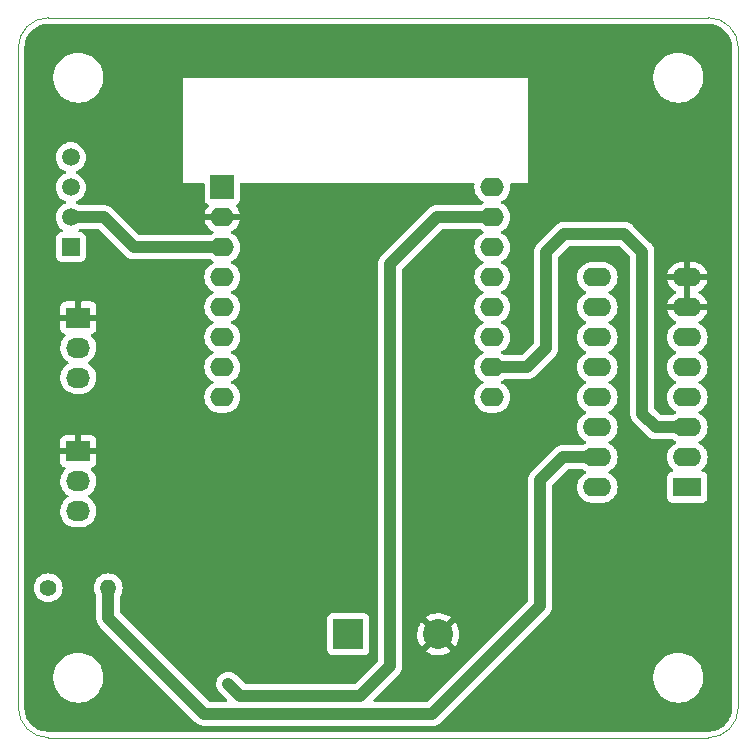
<source format=gbr>
G04 #@! TF.GenerationSoftware,KiCad,Pcbnew,(6.0.8)*
G04 #@! TF.CreationDate,2022-10-28T18:58:47+02:00*
G04 #@! TF.ProjectId,gardenWemos,67617264-656e-4576-956d-6f732e6b6963,rev?*
G04 #@! TF.SameCoordinates,Original*
G04 #@! TF.FileFunction,Copper,L2,Bot*
G04 #@! TF.FilePolarity,Positive*
%FSLAX46Y46*%
G04 Gerber Fmt 4.6, Leading zero omitted, Abs format (unit mm)*
G04 Created by KiCad (PCBNEW (6.0.8)) date 2022-10-28 18:58:47*
%MOMM*%
%LPD*%
G01*
G04 APERTURE LIST*
G04 #@! TA.AperFunction,Profile*
%ADD10C,0.050000*%
G04 #@! TD*
G04 #@! TA.AperFunction,ComponentPad*
%ADD11R,2.030000X1.730000*%
G04 #@! TD*
G04 #@! TA.AperFunction,ComponentPad*
%ADD12O,2.030000X1.730000*%
G04 #@! TD*
G04 #@! TA.AperFunction,ComponentPad*
%ADD13R,1.500000X1.500000*%
G04 #@! TD*
G04 #@! TA.AperFunction,ComponentPad*
%ADD14C,1.500000*%
G04 #@! TD*
G04 #@! TA.AperFunction,ComponentPad*
%ADD15R,2.540000X2.540000*%
G04 #@! TD*
G04 #@! TA.AperFunction,ComponentPad*
%ADD16C,2.540000*%
G04 #@! TD*
G04 #@! TA.AperFunction,ComponentPad*
%ADD17O,1.400000X1.400000*%
G04 #@! TD*
G04 #@! TA.AperFunction,ComponentPad*
%ADD18C,1.400000*%
G04 #@! TD*
G04 #@! TA.AperFunction,ComponentPad*
%ADD19O,2.000000X1.600000*%
G04 #@! TD*
G04 #@! TA.AperFunction,ComponentPad*
%ADD20R,2.000000X2.000000*%
G04 #@! TD*
G04 #@! TA.AperFunction,ComponentPad*
%ADD21R,2.400000X1.600000*%
G04 #@! TD*
G04 #@! TA.AperFunction,ComponentPad*
%ADD22O,2.400000X1.600000*%
G04 #@! TD*
G04 #@! TA.AperFunction,ViaPad*
%ADD23C,0.800000*%
G04 #@! TD*
G04 #@! TA.AperFunction,Conductor*
%ADD24C,1.016000*%
G04 #@! TD*
G04 APERTURE END LIST*
D10*
X174752000Y-132588000D02*
G75*
G03*
X177292000Y-130048000I0J2540000D01*
G01*
X116332000Y-130048000D02*
G75*
G03*
X118872000Y-132588000I2540000J0D01*
G01*
X118872000Y-71628000D02*
G75*
G03*
X116332000Y-74168000I0J-2540000D01*
G01*
X177292000Y-74168000D02*
G75*
G03*
X174752000Y-71628000I-2540000J0D01*
G01*
X118872000Y-71628000D02*
X174752000Y-71628000D01*
X116332000Y-130048000D02*
X116332000Y-74168000D01*
X118872000Y-132588000D02*
X174752000Y-132588000D01*
X177292000Y-74168000D02*
X177292000Y-130048000D01*
D11*
X121412000Y-97028000D03*
D12*
X121412000Y-99568000D03*
X121412000Y-102108000D03*
D13*
X120777000Y-91059000D03*
D14*
X120777000Y-88519000D03*
X120777000Y-85979000D03*
X120777000Y-83439000D03*
D15*
X144272000Y-123825000D03*
D16*
X151892000Y-123825000D03*
D17*
X123952000Y-119888000D03*
D18*
X118872000Y-119888000D03*
D19*
X133604000Y-88519000D03*
D20*
X133604000Y-85979000D03*
D19*
X133604000Y-91059000D03*
X133604000Y-93599000D03*
X133604000Y-96139000D03*
X133604000Y-98679000D03*
X133604000Y-101219000D03*
X133604000Y-103759000D03*
X156464000Y-103759000D03*
X156464000Y-101219000D03*
X156464000Y-98679000D03*
X156464000Y-96139000D03*
X156464000Y-93599000D03*
X156464000Y-91059000D03*
X156464000Y-88519000D03*
X156464000Y-85979000D03*
D21*
X172974000Y-111379000D03*
D22*
X165354000Y-93599000D03*
X172974000Y-108839000D03*
X165354000Y-96139000D03*
X172974000Y-106299000D03*
X165354000Y-98679000D03*
X172974000Y-103759000D03*
X165354000Y-101219000D03*
X172974000Y-101219000D03*
X165354000Y-103759000D03*
X172974000Y-98679000D03*
X165354000Y-106299000D03*
X172974000Y-96139000D03*
X165354000Y-108839000D03*
X172974000Y-93599000D03*
X165354000Y-111379000D03*
D12*
X121412000Y-113411000D03*
X121412000Y-110871000D03*
D11*
X121412000Y-108331000D03*
D23*
X134112000Y-128016000D03*
D24*
X135128000Y-129032000D02*
X134112000Y-128016000D01*
X145288000Y-129032000D02*
X135128000Y-129032000D01*
X147828000Y-126492000D02*
X145288000Y-129032000D01*
X147828000Y-92456000D02*
X147828000Y-126492000D01*
X156464000Y-88519000D02*
X151765000Y-88519000D01*
X151765000Y-88519000D02*
X147828000Y-92456000D01*
X123952000Y-122428000D02*
X123952000Y-119888000D01*
X162433000Y-108839000D02*
X160528000Y-110744000D01*
X165354000Y-108839000D02*
X162433000Y-108839000D01*
X160528000Y-110744000D02*
X160528000Y-121412000D01*
X160528000Y-121412000D02*
X151384000Y-130556000D01*
X151384000Y-130556000D02*
X132080000Y-130556000D01*
X132080000Y-130556000D02*
X123952000Y-122428000D01*
X123571000Y-88519000D02*
X120777000Y-88519000D01*
X133604000Y-91059000D02*
X126111000Y-91059000D01*
X126111000Y-91059000D02*
X123571000Y-88519000D01*
X170307000Y-106299000D02*
X172974000Y-106299000D01*
X169164000Y-105156000D02*
X170307000Y-106299000D01*
X169164000Y-91440000D02*
X169164000Y-105156000D01*
X159385000Y-101219000D02*
X161036000Y-99568000D01*
X156464000Y-101219000D02*
X159385000Y-101219000D01*
X161036000Y-99568000D02*
X161036000Y-91440000D01*
X161036000Y-91440000D02*
X162560000Y-89916000D01*
X162560000Y-89916000D02*
X167640000Y-89916000D01*
X167640000Y-89916000D02*
X169164000Y-91440000D01*
G04 #@! TA.AperFunction,Conductor*
G36*
X174722018Y-72138000D02*
G01*
X174736851Y-72140310D01*
X174736855Y-72140310D01*
X174745724Y-72141691D01*
X174754626Y-72140527D01*
X174754629Y-72140527D01*
X174762012Y-72139561D01*
X174786591Y-72138767D01*
X174813442Y-72140527D01*
X175008922Y-72153340D01*
X175025262Y-72155491D01*
X175147478Y-72179801D01*
X175269696Y-72204112D01*
X175285606Y-72208375D01*
X175521600Y-72288484D01*
X175536826Y-72294791D01*
X175760342Y-72405016D01*
X175774616Y-72413257D01*
X175981829Y-72551713D01*
X175994905Y-72561746D01*
X176182278Y-72726068D01*
X176193932Y-72737722D01*
X176358254Y-72925095D01*
X176368287Y-72938171D01*
X176506743Y-73145384D01*
X176514984Y-73159658D01*
X176625209Y-73383174D01*
X176631515Y-73398398D01*
X176711625Y-73634394D01*
X176715889Y-73650307D01*
X176764509Y-73894738D01*
X176766660Y-73911078D01*
X176780763Y-74126236D01*
X176779733Y-74149350D01*
X176779690Y-74152854D01*
X176778309Y-74161724D01*
X176779473Y-74170626D01*
X176779473Y-74170628D01*
X176782436Y-74193283D01*
X176783500Y-74209621D01*
X176783500Y-129998633D01*
X176782000Y-130018018D01*
X176779690Y-130032851D01*
X176779690Y-130032855D01*
X176778309Y-130041724D01*
X176779473Y-130050626D01*
X176779473Y-130050629D01*
X176780439Y-130058012D01*
X176781233Y-130082591D01*
X176766660Y-130304922D01*
X176764509Y-130321262D01*
X176715889Y-130565693D01*
X176711625Y-130581606D01*
X176677312Y-130682689D01*
X176631516Y-130817600D01*
X176625209Y-130832826D01*
X176514984Y-131056342D01*
X176506743Y-131070616D01*
X176368287Y-131277829D01*
X176358254Y-131290905D01*
X176193932Y-131478278D01*
X176182278Y-131489932D01*
X175994905Y-131654254D01*
X175981829Y-131664287D01*
X175774616Y-131802743D01*
X175760342Y-131810984D01*
X175536826Y-131921209D01*
X175521602Y-131927515D01*
X175285606Y-132007625D01*
X175269696Y-132011888D01*
X175147478Y-132036199D01*
X175025262Y-132060509D01*
X175008922Y-132062660D01*
X174860134Y-132072413D01*
X174793763Y-132076763D01*
X174770650Y-132075733D01*
X174767146Y-132075690D01*
X174758276Y-132074309D01*
X174749374Y-132075473D01*
X174749372Y-132075473D01*
X174735915Y-132077233D01*
X174726714Y-132078436D01*
X174710379Y-132079500D01*
X118921367Y-132079500D01*
X118901982Y-132078000D01*
X118887149Y-132075690D01*
X118887145Y-132075690D01*
X118878276Y-132074309D01*
X118869374Y-132075473D01*
X118869371Y-132075473D01*
X118861988Y-132076439D01*
X118837409Y-132077233D01*
X118792799Y-132074309D01*
X118615078Y-132062660D01*
X118598738Y-132060509D01*
X118476522Y-132036199D01*
X118354304Y-132011888D01*
X118338394Y-132007625D01*
X118102398Y-131927515D01*
X118087174Y-131921209D01*
X117863658Y-131810984D01*
X117849384Y-131802743D01*
X117642171Y-131664287D01*
X117629095Y-131654254D01*
X117441722Y-131489932D01*
X117430068Y-131478278D01*
X117265746Y-131290905D01*
X117255713Y-131277829D01*
X117117257Y-131070616D01*
X117109016Y-131056342D01*
X116998791Y-130832826D01*
X116992484Y-130817600D01*
X116946688Y-130682689D01*
X116912375Y-130581606D01*
X116908111Y-130565693D01*
X116859491Y-130321262D01*
X116857340Y-130304922D01*
X116843476Y-130093407D01*
X116844650Y-130070232D01*
X116844334Y-130070204D01*
X116844770Y-130065344D01*
X116845576Y-130060552D01*
X116845729Y-130048000D01*
X116841773Y-130020376D01*
X116840500Y-130002514D01*
X116840500Y-127640703D01*
X119302743Y-127640703D01*
X119340268Y-127925734D01*
X119416129Y-128203036D01*
X119528923Y-128467476D01*
X119540693Y-128487142D01*
X119663036Y-128691562D01*
X119676561Y-128714161D01*
X119856313Y-128938528D01*
X120064851Y-129136423D01*
X120298317Y-129304186D01*
X120302112Y-129306195D01*
X120302113Y-129306196D01*
X120323869Y-129317715D01*
X120552392Y-129438712D01*
X120576699Y-129447607D01*
X120726961Y-129502595D01*
X120822373Y-129537511D01*
X121103264Y-129598755D01*
X121131841Y-129601004D01*
X121326282Y-129616307D01*
X121326291Y-129616307D01*
X121328739Y-129616500D01*
X121484271Y-129616500D01*
X121486407Y-129616354D01*
X121486418Y-129616354D01*
X121694548Y-129602165D01*
X121694554Y-129602164D01*
X121698825Y-129601873D01*
X121703020Y-129601004D01*
X121703022Y-129601004D01*
X121839583Y-129572724D01*
X121980342Y-129543574D01*
X122251343Y-129447607D01*
X122506812Y-129315750D01*
X122510313Y-129313289D01*
X122510317Y-129313287D01*
X122624417Y-129233096D01*
X122742023Y-129150441D01*
X122952622Y-128954740D01*
X123134713Y-128732268D01*
X123284927Y-128487142D01*
X123400483Y-128223898D01*
X123407932Y-128197750D01*
X123465545Y-127995498D01*
X123479244Y-127947406D01*
X123519751Y-127662784D01*
X123519845Y-127644951D01*
X123521235Y-127379583D01*
X123521235Y-127379576D01*
X123521257Y-127375297D01*
X123509860Y-127288724D01*
X123504190Y-127245660D01*
X123483732Y-127090266D01*
X123479225Y-127073789D01*
X123430344Y-126895113D01*
X123407871Y-126812964D01*
X123356586Y-126692728D01*
X123296763Y-126552476D01*
X123296761Y-126552472D01*
X123295077Y-126548524D01*
X123147439Y-126301839D01*
X122967687Y-126077472D01*
X122759149Y-125879577D01*
X122525683Y-125711814D01*
X122503843Y-125700250D01*
X122480654Y-125687972D01*
X122271608Y-125577288D01*
X122001627Y-125478489D01*
X121720736Y-125417245D01*
X121689685Y-125414801D01*
X121497718Y-125399693D01*
X121497709Y-125399693D01*
X121495261Y-125399500D01*
X121339729Y-125399500D01*
X121337593Y-125399646D01*
X121337582Y-125399646D01*
X121129452Y-125413835D01*
X121129446Y-125413836D01*
X121125175Y-125414127D01*
X121120980Y-125414996D01*
X121120978Y-125414996D01*
X120984416Y-125443277D01*
X120843658Y-125472426D01*
X120572657Y-125568393D01*
X120317188Y-125700250D01*
X120313687Y-125702711D01*
X120313683Y-125702713D01*
X120303594Y-125709804D01*
X120081977Y-125865559D01*
X119871378Y-126061260D01*
X119689287Y-126283732D01*
X119539073Y-126528858D01*
X119423517Y-126792102D01*
X119344756Y-127068594D01*
X119304249Y-127353216D01*
X119304227Y-127357505D01*
X119304226Y-127357512D01*
X119302765Y-127636417D01*
X119302743Y-127640703D01*
X116840500Y-127640703D01*
X116840500Y-119888000D01*
X117658884Y-119888000D01*
X117677314Y-120098655D01*
X117732044Y-120302910D01*
X117734366Y-120307891D01*
X117734367Y-120307892D01*
X117819086Y-120489571D01*
X117821411Y-120494558D01*
X117942699Y-120667776D01*
X118092224Y-120817301D01*
X118265442Y-120938589D01*
X118270420Y-120940910D01*
X118270423Y-120940912D01*
X118452108Y-121025633D01*
X118457090Y-121027956D01*
X118462398Y-121029378D01*
X118462400Y-121029379D01*
X118656030Y-121081262D01*
X118656032Y-121081262D01*
X118661345Y-121082686D01*
X118872000Y-121101116D01*
X119082655Y-121082686D01*
X119087968Y-121081262D01*
X119087970Y-121081262D01*
X119281600Y-121029379D01*
X119281602Y-121029378D01*
X119286910Y-121027956D01*
X119291892Y-121025633D01*
X119473577Y-120940912D01*
X119473580Y-120940910D01*
X119478558Y-120938589D01*
X119651776Y-120817301D01*
X119801301Y-120667776D01*
X119922589Y-120494558D01*
X119924915Y-120489571D01*
X120009633Y-120307892D01*
X120009634Y-120307891D01*
X120011956Y-120302910D01*
X120066686Y-120098655D01*
X120085116Y-119888000D01*
X122738884Y-119888000D01*
X122757314Y-120098655D01*
X122812044Y-120302910D01*
X122814366Y-120307891D01*
X122814367Y-120307892D01*
X122899085Y-120489571D01*
X122899088Y-120489576D01*
X122901411Y-120494558D01*
X122904567Y-120499066D01*
X122904571Y-120499072D01*
X122912713Y-120510700D01*
X122935500Y-120582970D01*
X122935500Y-122365724D01*
X122934763Y-122379332D01*
X122931526Y-122409133D01*
X122930638Y-122417304D01*
X122931175Y-122423439D01*
X122935046Y-122467690D01*
X122935375Y-122472518D01*
X122935500Y-122475073D01*
X122935500Y-122478157D01*
X122935801Y-122481224D01*
X122939722Y-122521219D01*
X122939844Y-122522532D01*
X122948012Y-122615892D01*
X122949511Y-122621052D01*
X122950035Y-122626394D01*
X122951816Y-122632292D01*
X122977098Y-122716031D01*
X122977455Y-122717236D01*
X123003628Y-122807322D01*
X123006100Y-122812090D01*
X123007652Y-122817232D01*
X123010547Y-122822677D01*
X123010550Y-122822684D01*
X123051633Y-122899950D01*
X123052213Y-122901054D01*
X123095366Y-122984304D01*
X123098718Y-122988503D01*
X123101239Y-122993244D01*
X123105131Y-122998016D01*
X123160438Y-123065829D01*
X123161266Y-123066855D01*
X123190571Y-123103564D01*
X123192768Y-123106316D01*
X123195263Y-123108811D01*
X123195973Y-123109605D01*
X123199692Y-123113959D01*
X123227232Y-123147726D01*
X123231972Y-123151647D01*
X123262878Y-123177215D01*
X123271657Y-123185205D01*
X131317189Y-131230738D01*
X131326291Y-131240880D01*
X131350225Y-131270649D01*
X131388962Y-131303153D01*
X131392616Y-131306341D01*
X131394507Y-131308056D01*
X131396692Y-131310241D01*
X131399072Y-131312196D01*
X131430224Y-131337785D01*
X131431237Y-131338627D01*
X131502933Y-131398786D01*
X131507642Y-131401375D01*
X131511790Y-131404782D01*
X131517214Y-131407690D01*
X131517218Y-131407693D01*
X131594349Y-131449050D01*
X131595478Y-131449663D01*
X131677621Y-131494821D01*
X131682737Y-131496444D01*
X131687474Y-131498984D01*
X131777096Y-131526384D01*
X131778300Y-131526759D01*
X131867635Y-131555098D01*
X131872973Y-131555697D01*
X131878109Y-131557267D01*
X131884240Y-131557890D01*
X131884241Y-131557890D01*
X131890828Y-131558559D01*
X131971431Y-131566746D01*
X131972551Y-131566866D01*
X132022784Y-131572500D01*
X132026289Y-131572500D01*
X132027397Y-131572562D01*
X132033092Y-131573010D01*
X132070305Y-131576790D01*
X132070312Y-131576790D01*
X132076435Y-131577412D01*
X132122486Y-131573059D01*
X132134343Y-131572500D01*
X151321724Y-131572500D01*
X151335332Y-131573237D01*
X151367179Y-131576697D01*
X151367183Y-131576697D01*
X151373304Y-131577362D01*
X151410172Y-131574137D01*
X151423690Y-131572954D01*
X151428518Y-131572625D01*
X151431073Y-131572500D01*
X151434157Y-131572500D01*
X151449531Y-131570992D01*
X151477219Y-131568278D01*
X151478532Y-131568156D01*
X151518629Y-131564648D01*
X151571892Y-131559988D01*
X151577052Y-131558489D01*
X151582394Y-131557965D01*
X151672096Y-131530883D01*
X151673236Y-131530545D01*
X151763322Y-131504372D01*
X151768090Y-131501900D01*
X151773232Y-131500348D01*
X151778677Y-131497453D01*
X151778684Y-131497450D01*
X151855950Y-131456367D01*
X151857054Y-131455787D01*
X151940304Y-131412634D01*
X151944503Y-131409282D01*
X151949244Y-131406761D01*
X151963876Y-131394827D01*
X152021829Y-131347562D01*
X152022855Y-131346734D01*
X152059564Y-131317429D01*
X152059565Y-131317428D01*
X152062316Y-131315232D01*
X152064811Y-131312737D01*
X152065605Y-131312027D01*
X152069960Y-131308307D01*
X152072173Y-131306502D01*
X152103726Y-131280768D01*
X152133215Y-131245122D01*
X152141205Y-131236343D01*
X155736845Y-127640703D01*
X170102743Y-127640703D01*
X170140268Y-127925734D01*
X170216129Y-128203036D01*
X170328923Y-128467476D01*
X170340693Y-128487142D01*
X170463036Y-128691562D01*
X170476561Y-128714161D01*
X170656313Y-128938528D01*
X170864851Y-129136423D01*
X171098317Y-129304186D01*
X171102112Y-129306195D01*
X171102113Y-129306196D01*
X171123869Y-129317715D01*
X171352392Y-129438712D01*
X171376699Y-129447607D01*
X171526961Y-129502595D01*
X171622373Y-129537511D01*
X171903264Y-129598755D01*
X171931841Y-129601004D01*
X172126282Y-129616307D01*
X172126291Y-129616307D01*
X172128739Y-129616500D01*
X172284271Y-129616500D01*
X172286407Y-129616354D01*
X172286418Y-129616354D01*
X172494548Y-129602165D01*
X172494554Y-129602164D01*
X172498825Y-129601873D01*
X172503020Y-129601004D01*
X172503022Y-129601004D01*
X172639583Y-129572724D01*
X172780342Y-129543574D01*
X173051343Y-129447607D01*
X173306812Y-129315750D01*
X173310313Y-129313289D01*
X173310317Y-129313287D01*
X173424417Y-129233096D01*
X173542023Y-129150441D01*
X173752622Y-128954740D01*
X173934713Y-128732268D01*
X174084927Y-128487142D01*
X174200483Y-128223898D01*
X174207932Y-128197750D01*
X174265545Y-127995498D01*
X174279244Y-127947406D01*
X174319751Y-127662784D01*
X174319845Y-127644951D01*
X174321235Y-127379583D01*
X174321235Y-127379576D01*
X174321257Y-127375297D01*
X174309860Y-127288724D01*
X174304190Y-127245660D01*
X174283732Y-127090266D01*
X174279225Y-127073789D01*
X174230344Y-126895113D01*
X174207871Y-126812964D01*
X174156586Y-126692728D01*
X174096763Y-126552476D01*
X174096761Y-126552472D01*
X174095077Y-126548524D01*
X173947439Y-126301839D01*
X173767687Y-126077472D01*
X173559149Y-125879577D01*
X173325683Y-125711814D01*
X173303843Y-125700250D01*
X173280654Y-125687972D01*
X173071608Y-125577288D01*
X172801627Y-125478489D01*
X172520736Y-125417245D01*
X172489685Y-125414801D01*
X172297718Y-125399693D01*
X172297709Y-125399693D01*
X172295261Y-125399500D01*
X172139729Y-125399500D01*
X172137593Y-125399646D01*
X172137582Y-125399646D01*
X171929452Y-125413835D01*
X171929446Y-125413836D01*
X171925175Y-125414127D01*
X171920980Y-125414996D01*
X171920978Y-125414996D01*
X171784416Y-125443277D01*
X171643658Y-125472426D01*
X171372657Y-125568393D01*
X171117188Y-125700250D01*
X171113687Y-125702711D01*
X171113683Y-125702713D01*
X171103594Y-125709804D01*
X170881977Y-125865559D01*
X170671378Y-126061260D01*
X170489287Y-126283732D01*
X170339073Y-126528858D01*
X170223517Y-126792102D01*
X170144756Y-127068594D01*
X170104249Y-127353216D01*
X170104227Y-127357505D01*
X170104226Y-127357512D01*
X170102765Y-127636417D01*
X170102743Y-127640703D01*
X155736845Y-127640703D01*
X161202738Y-122174811D01*
X161212881Y-122165709D01*
X161223852Y-122156888D01*
X161242649Y-122141775D01*
X161275157Y-122103033D01*
X161278341Y-122099384D01*
X161280056Y-122097493D01*
X161282241Y-122095308D01*
X161309785Y-122061776D01*
X161310627Y-122060763D01*
X161366827Y-121993785D01*
X161370786Y-121989067D01*
X161373375Y-121984358D01*
X161376782Y-121980210D01*
X161379690Y-121974786D01*
X161379693Y-121974782D01*
X161421050Y-121897651D01*
X161421679Y-121896492D01*
X161463854Y-121819776D01*
X161466821Y-121814379D01*
X161468444Y-121809263D01*
X161470984Y-121804526D01*
X161498384Y-121714904D01*
X161498767Y-121713674D01*
X161525236Y-121630234D01*
X161527098Y-121624365D01*
X161527697Y-121619027D01*
X161529267Y-121613891D01*
X161538746Y-121520569D01*
X161538866Y-121519449D01*
X161544500Y-121469216D01*
X161544500Y-121465711D01*
X161544562Y-121464603D01*
X161545010Y-121458908D01*
X161548790Y-121421695D01*
X161548790Y-121421688D01*
X161549412Y-121415565D01*
X161545059Y-121369514D01*
X161544500Y-121357657D01*
X161544500Y-111217238D01*
X161564502Y-111149117D01*
X161581405Y-111128143D01*
X162817144Y-109892405D01*
X162879456Y-109858379D01*
X162906239Y-109855500D01*
X164084685Y-109855500D01*
X164156956Y-109878287D01*
X164297251Y-109976523D01*
X164302233Y-109978846D01*
X164302238Y-109978849D01*
X164336457Y-109994805D01*
X164389742Y-110041722D01*
X164409203Y-110109999D01*
X164388661Y-110177959D01*
X164336457Y-110223195D01*
X164302238Y-110239151D01*
X164302233Y-110239154D01*
X164297251Y-110241477D01*
X164272316Y-110258937D01*
X164114211Y-110369643D01*
X164114208Y-110369645D01*
X164109700Y-110372802D01*
X163947802Y-110534700D01*
X163944645Y-110539208D01*
X163944643Y-110539211D01*
X163889902Y-110617389D01*
X163816477Y-110722251D01*
X163814154Y-110727233D01*
X163814151Y-110727238D01*
X163722039Y-110924775D01*
X163719716Y-110929757D01*
X163718294Y-110935065D01*
X163718293Y-110935067D01*
X163690446Y-111038993D01*
X163660457Y-111150913D01*
X163640502Y-111379000D01*
X163660457Y-111607087D01*
X163661881Y-111612400D01*
X163661881Y-111612402D01*
X163706822Y-111780121D01*
X163719716Y-111828243D01*
X163722039Y-111833224D01*
X163722039Y-111833225D01*
X163814151Y-112030762D01*
X163814154Y-112030767D01*
X163816477Y-112035749D01*
X163819634Y-112040257D01*
X163944601Y-112218728D01*
X163947802Y-112223300D01*
X164109700Y-112385198D01*
X164114208Y-112388355D01*
X164114211Y-112388357D01*
X164155542Y-112417297D01*
X164297251Y-112516523D01*
X164302233Y-112518846D01*
X164302238Y-112518849D01*
X164499775Y-112610961D01*
X164504757Y-112613284D01*
X164510065Y-112614706D01*
X164510067Y-112614707D01*
X164720598Y-112671119D01*
X164720600Y-112671119D01*
X164725913Y-112672543D01*
X164814885Y-112680327D01*
X164894149Y-112687262D01*
X164894156Y-112687262D01*
X164896873Y-112687500D01*
X165811127Y-112687500D01*
X165813844Y-112687262D01*
X165813851Y-112687262D01*
X165893115Y-112680327D01*
X165982087Y-112672543D01*
X165987400Y-112671119D01*
X165987402Y-112671119D01*
X166197933Y-112614707D01*
X166197935Y-112614706D01*
X166203243Y-112613284D01*
X166208225Y-112610961D01*
X166405762Y-112518849D01*
X166405767Y-112518846D01*
X166410749Y-112516523D01*
X166552458Y-112417297D01*
X166593789Y-112388357D01*
X166593792Y-112388355D01*
X166598300Y-112385198D01*
X166760198Y-112223300D01*
X166763400Y-112218728D01*
X166888366Y-112040257D01*
X166891523Y-112035749D01*
X166893846Y-112030767D01*
X166893849Y-112030762D01*
X166985961Y-111833225D01*
X166985961Y-111833224D01*
X166988284Y-111828243D01*
X167001179Y-111780121D01*
X167046119Y-111612402D01*
X167046119Y-111612400D01*
X167047543Y-111607087D01*
X167067498Y-111379000D01*
X167047543Y-111150913D01*
X167017554Y-111038993D01*
X166989707Y-110935067D01*
X166989706Y-110935065D01*
X166988284Y-110929757D01*
X166985961Y-110924775D01*
X166893849Y-110727238D01*
X166893846Y-110727233D01*
X166891523Y-110722251D01*
X166818098Y-110617389D01*
X166763357Y-110539211D01*
X166763355Y-110539208D01*
X166760198Y-110534700D01*
X166598300Y-110372802D01*
X166593792Y-110369645D01*
X166593789Y-110369643D01*
X166435684Y-110258937D01*
X166410749Y-110241477D01*
X166405767Y-110239154D01*
X166405762Y-110239151D01*
X166371543Y-110223195D01*
X166318258Y-110176278D01*
X166298797Y-110108001D01*
X166319339Y-110040041D01*
X166371543Y-109994805D01*
X166405762Y-109978849D01*
X166405767Y-109978846D01*
X166410749Y-109976523D01*
X166551044Y-109878287D01*
X166593789Y-109848357D01*
X166593792Y-109848355D01*
X166598300Y-109845198D01*
X166760198Y-109683300D01*
X166783989Y-109649324D01*
X166818098Y-109600611D01*
X166891523Y-109495749D01*
X166893846Y-109490767D01*
X166893849Y-109490762D01*
X166985961Y-109293225D01*
X166985961Y-109293224D01*
X166988284Y-109288243D01*
X167047543Y-109067087D01*
X167067498Y-108839000D01*
X167047543Y-108610913D01*
X166988284Y-108389757D01*
X166985961Y-108384775D01*
X166893849Y-108187238D01*
X166893846Y-108187233D01*
X166891523Y-108182251D01*
X166805141Y-108058885D01*
X166763357Y-107999211D01*
X166763355Y-107999208D01*
X166760198Y-107994700D01*
X166598300Y-107832802D01*
X166593792Y-107829645D01*
X166593789Y-107829643D01*
X166515611Y-107774902D01*
X166410749Y-107701477D01*
X166405767Y-107699154D01*
X166405762Y-107699151D01*
X166371543Y-107683195D01*
X166318258Y-107636278D01*
X166298797Y-107568001D01*
X166319339Y-107500041D01*
X166371543Y-107454805D01*
X166405762Y-107438849D01*
X166405767Y-107438846D01*
X166410749Y-107436523D01*
X166582789Y-107316059D01*
X166593789Y-107308357D01*
X166593792Y-107308355D01*
X166598300Y-107305198D01*
X166760198Y-107143300D01*
X166764033Y-107137824D01*
X166825982Y-107049351D01*
X166891523Y-106955749D01*
X166893846Y-106950767D01*
X166893849Y-106950762D01*
X166985961Y-106753225D01*
X166985961Y-106753224D01*
X166988284Y-106748243D01*
X167047543Y-106527087D01*
X167067498Y-106299000D01*
X167047543Y-106070913D01*
X166996295Y-105879655D01*
X166989707Y-105855067D01*
X166989706Y-105855065D01*
X166988284Y-105849757D01*
X166982830Y-105838061D01*
X166893849Y-105647238D01*
X166893846Y-105647233D01*
X166891523Y-105642251D01*
X166760198Y-105454700D01*
X166598300Y-105292802D01*
X166593792Y-105289645D01*
X166593789Y-105289643D01*
X166515611Y-105234902D01*
X166410749Y-105161477D01*
X166405767Y-105159154D01*
X166405762Y-105159151D01*
X166371543Y-105143195D01*
X166318258Y-105096278D01*
X166298797Y-105028001D01*
X166319339Y-104960041D01*
X166371543Y-104914805D01*
X166405762Y-104898849D01*
X166405767Y-104898846D01*
X166410749Y-104896523D01*
X166588790Y-104771857D01*
X166593789Y-104768357D01*
X166593792Y-104768355D01*
X166598300Y-104765198D01*
X166760198Y-104603300D01*
X166891523Y-104415749D01*
X166893846Y-104410767D01*
X166893849Y-104410762D01*
X166985961Y-104213225D01*
X166985961Y-104213224D01*
X166988284Y-104208243D01*
X167047543Y-103987087D01*
X167067498Y-103759000D01*
X167047543Y-103530913D01*
X167034284Y-103481430D01*
X166989707Y-103315067D01*
X166989706Y-103315065D01*
X166988284Y-103309757D01*
X166927130Y-103178610D01*
X166893849Y-103107238D01*
X166893846Y-103107233D01*
X166891523Y-103102251D01*
X166818098Y-102997389D01*
X166763357Y-102919211D01*
X166763355Y-102919208D01*
X166760198Y-102914700D01*
X166598300Y-102752802D01*
X166593792Y-102749645D01*
X166593789Y-102749643D01*
X166424873Y-102631367D01*
X166410749Y-102621477D01*
X166405767Y-102619154D01*
X166405762Y-102619151D01*
X166371543Y-102603195D01*
X166318258Y-102556278D01*
X166298797Y-102488001D01*
X166319339Y-102420041D01*
X166371543Y-102374805D01*
X166405762Y-102358849D01*
X166405767Y-102358846D01*
X166410749Y-102356523D01*
X166577411Y-102239825D01*
X166593789Y-102228357D01*
X166593792Y-102228355D01*
X166598300Y-102225198D01*
X166760198Y-102063300D01*
X166797706Y-102009734D01*
X166847221Y-101939019D01*
X166891523Y-101875749D01*
X166893846Y-101870767D01*
X166893849Y-101870762D01*
X166985961Y-101673225D01*
X166985961Y-101673224D01*
X166988284Y-101668243D01*
X167010688Y-101584633D01*
X167046119Y-101452402D01*
X167046119Y-101452400D01*
X167047543Y-101447087D01*
X167067498Y-101219000D01*
X167047543Y-100990913D01*
X166988284Y-100769757D01*
X166983861Y-100760272D01*
X166893849Y-100567238D01*
X166893846Y-100567233D01*
X166891523Y-100562251D01*
X166818098Y-100457389D01*
X166763357Y-100379211D01*
X166763355Y-100379208D01*
X166760198Y-100374700D01*
X166598300Y-100212802D01*
X166593792Y-100209645D01*
X166593789Y-100209643D01*
X166515611Y-100154902D01*
X166410749Y-100081477D01*
X166405767Y-100079154D01*
X166405762Y-100079151D01*
X166371543Y-100063195D01*
X166318258Y-100016278D01*
X166298797Y-99948001D01*
X166319339Y-99880041D01*
X166371543Y-99834805D01*
X166405762Y-99818849D01*
X166405767Y-99818846D01*
X166410749Y-99816523D01*
X166533371Y-99730662D01*
X166593789Y-99688357D01*
X166593792Y-99688355D01*
X166598300Y-99685198D01*
X166760198Y-99523300D01*
X166891523Y-99335749D01*
X166893846Y-99330767D01*
X166893849Y-99330762D01*
X166985961Y-99133225D01*
X166985961Y-99133224D01*
X166988284Y-99128243D01*
X167010688Y-99044633D01*
X167046119Y-98912402D01*
X167046119Y-98912400D01*
X167047543Y-98907087D01*
X167067498Y-98679000D01*
X167047543Y-98450913D01*
X167029024Y-98381798D01*
X166989707Y-98235067D01*
X166989706Y-98235065D01*
X166988284Y-98229757D01*
X166972381Y-98195652D01*
X166893849Y-98027238D01*
X166893846Y-98027233D01*
X166891523Y-98022251D01*
X166760198Y-97834700D01*
X166598300Y-97672802D01*
X166593792Y-97669645D01*
X166593789Y-97669643D01*
X166515611Y-97614902D01*
X166410749Y-97541477D01*
X166405767Y-97539154D01*
X166405762Y-97539151D01*
X166371543Y-97523195D01*
X166318258Y-97476278D01*
X166298797Y-97408001D01*
X166319339Y-97340041D01*
X166371543Y-97294805D01*
X166405762Y-97278849D01*
X166405767Y-97278846D01*
X166410749Y-97276523D01*
X166515611Y-97203098D01*
X166593789Y-97148357D01*
X166593792Y-97148355D01*
X166598300Y-97145198D01*
X166760198Y-96983300D01*
X166891523Y-96795749D01*
X166893846Y-96790767D01*
X166893849Y-96790762D01*
X166985961Y-96593225D01*
X166985961Y-96593224D01*
X166988284Y-96588243D01*
X167047543Y-96367087D01*
X167067498Y-96139000D01*
X167047543Y-95910913D01*
X167037244Y-95872478D01*
X166989707Y-95695067D01*
X166989706Y-95695065D01*
X166988284Y-95689757D01*
X166976517Y-95664522D01*
X166893849Y-95487238D01*
X166893846Y-95487233D01*
X166891523Y-95482251D01*
X166760198Y-95294700D01*
X166598300Y-95132802D01*
X166593792Y-95129645D01*
X166593789Y-95129643D01*
X166515611Y-95074902D01*
X166410749Y-95001477D01*
X166405767Y-94999154D01*
X166405762Y-94999151D01*
X166371543Y-94983195D01*
X166318258Y-94936278D01*
X166298797Y-94868001D01*
X166319339Y-94800041D01*
X166371543Y-94754805D01*
X166405762Y-94738849D01*
X166405767Y-94738846D01*
X166410749Y-94736523D01*
X166515611Y-94663098D01*
X166593789Y-94608357D01*
X166593792Y-94608355D01*
X166598300Y-94605198D01*
X166760198Y-94443300D01*
X166891523Y-94255749D01*
X166893846Y-94250767D01*
X166893849Y-94250762D01*
X166985961Y-94053225D01*
X166985961Y-94053224D01*
X166988284Y-94048243D01*
X167036970Y-93866548D01*
X167046119Y-93832402D01*
X167046119Y-93832400D01*
X167047543Y-93827087D01*
X167067498Y-93599000D01*
X167047543Y-93370913D01*
X167037244Y-93332478D01*
X166989707Y-93155067D01*
X166989706Y-93155065D01*
X166988284Y-93149757D01*
X166893966Y-92947489D01*
X166893849Y-92947238D01*
X166893846Y-92947233D01*
X166891523Y-92942251D01*
X166760198Y-92754700D01*
X166598300Y-92592802D01*
X166593792Y-92589645D01*
X166593789Y-92589643D01*
X166515611Y-92534902D01*
X166410749Y-92461477D01*
X166405767Y-92459154D01*
X166405762Y-92459151D01*
X166208225Y-92367039D01*
X166208224Y-92367039D01*
X166203243Y-92364716D01*
X166197935Y-92363294D01*
X166197933Y-92363293D01*
X165987402Y-92306881D01*
X165987400Y-92306881D01*
X165982087Y-92305457D01*
X165882520Y-92296746D01*
X165813851Y-92290738D01*
X165813844Y-92290738D01*
X165811127Y-92290500D01*
X164896873Y-92290500D01*
X164894156Y-92290738D01*
X164894149Y-92290738D01*
X164825480Y-92296746D01*
X164725913Y-92305457D01*
X164720600Y-92306881D01*
X164720598Y-92306881D01*
X164510067Y-92363293D01*
X164510065Y-92363294D01*
X164504757Y-92364716D01*
X164499776Y-92367039D01*
X164499775Y-92367039D01*
X164302238Y-92459151D01*
X164302233Y-92459154D01*
X164297251Y-92461477D01*
X164192389Y-92534902D01*
X164114211Y-92589643D01*
X164114208Y-92589645D01*
X164109700Y-92592802D01*
X163947802Y-92754700D01*
X163816477Y-92942251D01*
X163814154Y-92947233D01*
X163814151Y-92947238D01*
X163814034Y-92947489D01*
X163719716Y-93149757D01*
X163718294Y-93155065D01*
X163718293Y-93155067D01*
X163670756Y-93332478D01*
X163660457Y-93370913D01*
X163640502Y-93599000D01*
X163660457Y-93827087D01*
X163661881Y-93832400D01*
X163661881Y-93832402D01*
X163671031Y-93866548D01*
X163719716Y-94048243D01*
X163722039Y-94053224D01*
X163722039Y-94053225D01*
X163814151Y-94250762D01*
X163814154Y-94250767D01*
X163816477Y-94255749D01*
X163947802Y-94443300D01*
X164109700Y-94605198D01*
X164114208Y-94608355D01*
X164114211Y-94608357D01*
X164192389Y-94663098D01*
X164297251Y-94736523D01*
X164302233Y-94738846D01*
X164302238Y-94738849D01*
X164336457Y-94754805D01*
X164389742Y-94801722D01*
X164409203Y-94869999D01*
X164388661Y-94937959D01*
X164336457Y-94983195D01*
X164302238Y-94999151D01*
X164302233Y-94999154D01*
X164297251Y-95001477D01*
X164192389Y-95074902D01*
X164114211Y-95129643D01*
X164114208Y-95129645D01*
X164109700Y-95132802D01*
X163947802Y-95294700D01*
X163816477Y-95482251D01*
X163814154Y-95487233D01*
X163814151Y-95487238D01*
X163731483Y-95664522D01*
X163719716Y-95689757D01*
X163718294Y-95695065D01*
X163718293Y-95695067D01*
X163670756Y-95872478D01*
X163660457Y-95910913D01*
X163640502Y-96139000D01*
X163660457Y-96367087D01*
X163719716Y-96588243D01*
X163722039Y-96593224D01*
X163722039Y-96593225D01*
X163814151Y-96790762D01*
X163814154Y-96790767D01*
X163816477Y-96795749D01*
X163947802Y-96983300D01*
X164109700Y-97145198D01*
X164114208Y-97148355D01*
X164114211Y-97148357D01*
X164192389Y-97203098D01*
X164297251Y-97276523D01*
X164302233Y-97278846D01*
X164302238Y-97278849D01*
X164336457Y-97294805D01*
X164389742Y-97341722D01*
X164409203Y-97409999D01*
X164388661Y-97477959D01*
X164336457Y-97523195D01*
X164302238Y-97539151D01*
X164302233Y-97539154D01*
X164297251Y-97541477D01*
X164192389Y-97614902D01*
X164114211Y-97669643D01*
X164114208Y-97669645D01*
X164109700Y-97672802D01*
X163947802Y-97834700D01*
X163816477Y-98022251D01*
X163814154Y-98027233D01*
X163814151Y-98027238D01*
X163735619Y-98195652D01*
X163719716Y-98229757D01*
X163718294Y-98235065D01*
X163718293Y-98235067D01*
X163678976Y-98381798D01*
X163660457Y-98450913D01*
X163640502Y-98679000D01*
X163660457Y-98907087D01*
X163661881Y-98912400D01*
X163661881Y-98912402D01*
X163697313Y-99044633D01*
X163719716Y-99128243D01*
X163722039Y-99133224D01*
X163722039Y-99133225D01*
X163814151Y-99330762D01*
X163814154Y-99330767D01*
X163816477Y-99335749D01*
X163947802Y-99523300D01*
X164109700Y-99685198D01*
X164114208Y-99688355D01*
X164114211Y-99688357D01*
X164174629Y-99730662D01*
X164297251Y-99816523D01*
X164302233Y-99818846D01*
X164302238Y-99818849D01*
X164336457Y-99834805D01*
X164389742Y-99881722D01*
X164409203Y-99949999D01*
X164388661Y-100017959D01*
X164336457Y-100063195D01*
X164302238Y-100079151D01*
X164302233Y-100079154D01*
X164297251Y-100081477D01*
X164192389Y-100154902D01*
X164114211Y-100209643D01*
X164114208Y-100209645D01*
X164109700Y-100212802D01*
X163947802Y-100374700D01*
X163944645Y-100379208D01*
X163944643Y-100379211D01*
X163889902Y-100457389D01*
X163816477Y-100562251D01*
X163814154Y-100567233D01*
X163814151Y-100567238D01*
X163724139Y-100760272D01*
X163719716Y-100769757D01*
X163660457Y-100990913D01*
X163640502Y-101219000D01*
X163660457Y-101447087D01*
X163661881Y-101452400D01*
X163661881Y-101452402D01*
X163697313Y-101584633D01*
X163719716Y-101668243D01*
X163722039Y-101673224D01*
X163722039Y-101673225D01*
X163814151Y-101870762D01*
X163814154Y-101870767D01*
X163816477Y-101875749D01*
X163860779Y-101939019D01*
X163910295Y-102009734D01*
X163947802Y-102063300D01*
X164109700Y-102225198D01*
X164114208Y-102228355D01*
X164114211Y-102228357D01*
X164130589Y-102239825D01*
X164297251Y-102356523D01*
X164302233Y-102358846D01*
X164302238Y-102358849D01*
X164336457Y-102374805D01*
X164389742Y-102421722D01*
X164409203Y-102489999D01*
X164388661Y-102557959D01*
X164336457Y-102603195D01*
X164302238Y-102619151D01*
X164302233Y-102619154D01*
X164297251Y-102621477D01*
X164283127Y-102631367D01*
X164114211Y-102749643D01*
X164114208Y-102749645D01*
X164109700Y-102752802D01*
X163947802Y-102914700D01*
X163944645Y-102919208D01*
X163944643Y-102919211D01*
X163889902Y-102997389D01*
X163816477Y-103102251D01*
X163814154Y-103107233D01*
X163814151Y-103107238D01*
X163780870Y-103178610D01*
X163719716Y-103309757D01*
X163718294Y-103315065D01*
X163718293Y-103315067D01*
X163673716Y-103481430D01*
X163660457Y-103530913D01*
X163640502Y-103759000D01*
X163660457Y-103987087D01*
X163719716Y-104208243D01*
X163722039Y-104213224D01*
X163722039Y-104213225D01*
X163814151Y-104410762D01*
X163814154Y-104410767D01*
X163816477Y-104415749D01*
X163947802Y-104603300D01*
X164109700Y-104765198D01*
X164114208Y-104768355D01*
X164114211Y-104768357D01*
X164119210Y-104771857D01*
X164297251Y-104896523D01*
X164302233Y-104898846D01*
X164302238Y-104898849D01*
X164336457Y-104914805D01*
X164389742Y-104961722D01*
X164409203Y-105029999D01*
X164388661Y-105097959D01*
X164336457Y-105143195D01*
X164302238Y-105159151D01*
X164302233Y-105159154D01*
X164297251Y-105161477D01*
X164192389Y-105234902D01*
X164114211Y-105289643D01*
X164114208Y-105289645D01*
X164109700Y-105292802D01*
X163947802Y-105454700D01*
X163816477Y-105642251D01*
X163814154Y-105647233D01*
X163814151Y-105647238D01*
X163725170Y-105838061D01*
X163719716Y-105849757D01*
X163718294Y-105855065D01*
X163718293Y-105855067D01*
X163711705Y-105879655D01*
X163660457Y-106070913D01*
X163640502Y-106299000D01*
X163660457Y-106527087D01*
X163719716Y-106748243D01*
X163722039Y-106753224D01*
X163722039Y-106753225D01*
X163814151Y-106950762D01*
X163814154Y-106950767D01*
X163816477Y-106955749D01*
X163882018Y-107049351D01*
X163943968Y-107137824D01*
X163947802Y-107143300D01*
X164109700Y-107305198D01*
X164114208Y-107308355D01*
X164114211Y-107308357D01*
X164125211Y-107316059D01*
X164297251Y-107436523D01*
X164302233Y-107438846D01*
X164302238Y-107438849D01*
X164336457Y-107454805D01*
X164389742Y-107501722D01*
X164409203Y-107569999D01*
X164388661Y-107637959D01*
X164336457Y-107683195D01*
X164302238Y-107699151D01*
X164302233Y-107699154D01*
X164297251Y-107701477D01*
X164169629Y-107790839D01*
X164156956Y-107799713D01*
X164084685Y-107822500D01*
X162495276Y-107822500D01*
X162481668Y-107821763D01*
X162449821Y-107818303D01*
X162449817Y-107818303D01*
X162443696Y-107817638D01*
X162406828Y-107820863D01*
X162393310Y-107822046D01*
X162388482Y-107822375D01*
X162385927Y-107822500D01*
X162382843Y-107822500D01*
X162367469Y-107824008D01*
X162339781Y-107826722D01*
X162338468Y-107826844D01*
X162306478Y-107829643D01*
X162245108Y-107835012D01*
X162239948Y-107836511D01*
X162234606Y-107837035D01*
X162144904Y-107864117D01*
X162143764Y-107864455D01*
X162053678Y-107890628D01*
X162048910Y-107893100D01*
X162043768Y-107894652D01*
X162038323Y-107897547D01*
X162038316Y-107897550D01*
X161961050Y-107938633D01*
X161959946Y-107939213D01*
X161876696Y-107982366D01*
X161872497Y-107985718D01*
X161867756Y-107988239D01*
X161862984Y-107992131D01*
X161795171Y-108047438D01*
X161794145Y-108048266D01*
X161758151Y-108077000D01*
X161754684Y-108079768D01*
X161752189Y-108082263D01*
X161751395Y-108082973D01*
X161747040Y-108086693D01*
X161718049Y-108110337D01*
X161718046Y-108110340D01*
X161713274Y-108114232D01*
X161709346Y-108118980D01*
X161709345Y-108118981D01*
X161683789Y-108149873D01*
X161675800Y-108158652D01*
X159853267Y-109981185D01*
X159843125Y-109990286D01*
X159813351Y-110014225D01*
X159780813Y-110053002D01*
X159777649Y-110056629D01*
X159775954Y-110058498D01*
X159773760Y-110060692D01*
X159746188Y-110094258D01*
X159745526Y-110095055D01*
X159685214Y-110166933D01*
X159682627Y-110171639D01*
X159679218Y-110175789D01*
X159676310Y-110181213D01*
X159676303Y-110181223D01*
X159634939Y-110258368D01*
X159634310Y-110259528D01*
X159624689Y-110277028D01*
X159589179Y-110341621D01*
X159587555Y-110346741D01*
X159585017Y-110351474D01*
X159577305Y-110376699D01*
X159557648Y-110440993D01*
X159557256Y-110442252D01*
X159530765Y-110525761D01*
X159528902Y-110531635D01*
X159528303Y-110536973D01*
X159526733Y-110542109D01*
X159526110Y-110548240D01*
X159526110Y-110548241D01*
X159517263Y-110635343D01*
X159517134Y-110636551D01*
X159511500Y-110686784D01*
X159511500Y-110690289D01*
X159511438Y-110691397D01*
X159510990Y-110697092D01*
X159507210Y-110734305D01*
X159507210Y-110734312D01*
X159506588Y-110740435D01*
X159507168Y-110746566D01*
X159510941Y-110786485D01*
X159511500Y-110798343D01*
X159511500Y-120938762D01*
X159491498Y-121006883D01*
X159474595Y-121027857D01*
X150999857Y-129502595D01*
X150937545Y-129536621D01*
X150910762Y-129539500D01*
X146522238Y-129539500D01*
X146454117Y-129519498D01*
X146407624Y-129465842D01*
X146397520Y-129395568D01*
X146427014Y-129330988D01*
X146433143Y-129324405D01*
X148502733Y-127254815D01*
X148512876Y-127245713D01*
X148537849Y-127225634D01*
X148542649Y-127221775D01*
X148575187Y-127182998D01*
X148578351Y-127179371D01*
X148580046Y-127177502D01*
X148582240Y-127175308D01*
X148609812Y-127141742D01*
X148610518Y-127140892D01*
X148666824Y-127073789D01*
X148666825Y-127073788D01*
X148670786Y-127069067D01*
X148673373Y-127064361D01*
X148676782Y-127060211D01*
X148700201Y-127016536D01*
X148721075Y-126977606D01*
X148721704Y-126976448D01*
X148763849Y-126899786D01*
X148763851Y-126899782D01*
X148766821Y-126894379D01*
X148768444Y-126889261D01*
X148770983Y-126884527D01*
X148798361Y-126794977D01*
X148798744Y-126793747D01*
X148825234Y-126710241D01*
X148827098Y-126704365D01*
X148827697Y-126699022D01*
X148829266Y-126693891D01*
X148838736Y-126600659D01*
X148838856Y-126599539D01*
X148844500Y-126549216D01*
X148844500Y-126545710D01*
X148844563Y-126544584D01*
X148845011Y-126538888D01*
X148848789Y-126501695D01*
X148848789Y-126501689D01*
X148849411Y-126495566D01*
X148845059Y-126449524D01*
X148844500Y-126437667D01*
X148844500Y-125248442D01*
X150833303Y-125248442D01*
X150842017Y-125259962D01*
X150943394Y-125334296D01*
X150951293Y-125339232D01*
X151176901Y-125457930D01*
X151185450Y-125461647D01*
X151426113Y-125545690D01*
X151435122Y-125548104D01*
X151685572Y-125595654D01*
X151694827Y-125596708D01*
X151949557Y-125606717D01*
X151958871Y-125606391D01*
X152212270Y-125578640D01*
X152221447Y-125576939D01*
X152467960Y-125512037D01*
X152476780Y-125509000D01*
X152710997Y-125408373D01*
X152719269Y-125404066D01*
X152936036Y-125269927D01*
X152943579Y-125264447D01*
X152945272Y-125263014D01*
X152953710Y-125250211D01*
X152947645Y-125239855D01*
X151904812Y-124197022D01*
X151890868Y-124189408D01*
X151889035Y-124189539D01*
X151882420Y-124193790D01*
X150839961Y-125236249D01*
X150833303Y-125248442D01*
X148844500Y-125248442D01*
X148844500Y-123782999D01*
X150109849Y-123782999D01*
X150122080Y-124037619D01*
X150123217Y-124046879D01*
X150172947Y-124296894D01*
X150175441Y-124305887D01*
X150261578Y-124545797D01*
X150265378Y-124554332D01*
X150386031Y-124778877D01*
X150391045Y-124786748D01*
X150457154Y-124875279D01*
X150468414Y-124883729D01*
X150480832Y-124876958D01*
X151519978Y-123837812D01*
X151526356Y-123826132D01*
X152256408Y-123826132D01*
X152256539Y-123827965D01*
X152260790Y-123834580D01*
X153306386Y-124880176D01*
X153318766Y-124886936D01*
X153327107Y-124880692D01*
X153456391Y-124679697D01*
X153460838Y-124671506D01*
X153565536Y-124439085D01*
X153568731Y-124430307D01*
X153637923Y-124184968D01*
X153639781Y-124175839D01*
X153672144Y-123921444D01*
X153672625Y-123915158D01*
X153674903Y-123828160D01*
X153674752Y-123821851D01*
X153655747Y-123566110D01*
X153654370Y-123556904D01*
X153598109Y-123308262D01*
X153595385Y-123299351D01*
X153502990Y-123061758D01*
X153498979Y-123053349D01*
X153372482Y-122832027D01*
X153367269Y-122824298D01*
X153327633Y-122774019D01*
X153315709Y-122765549D01*
X153304174Y-122772036D01*
X152264022Y-123812188D01*
X152256408Y-123826132D01*
X151526356Y-123826132D01*
X151527592Y-123823868D01*
X151527461Y-123822035D01*
X151523210Y-123815420D01*
X150479119Y-122771329D01*
X150465811Y-122764062D01*
X150455772Y-122771184D01*
X150443433Y-122786020D01*
X150438018Y-122793612D01*
X150305776Y-123011540D01*
X150301538Y-123019857D01*
X150202961Y-123254935D01*
X150200000Y-123263785D01*
X150137255Y-123510849D01*
X150135633Y-123520046D01*
X150110094Y-123773673D01*
X150109849Y-123782999D01*
X148844500Y-123782999D01*
X148844500Y-122399357D01*
X150830770Y-122399357D01*
X150835343Y-122409133D01*
X151879188Y-123452978D01*
X151893132Y-123460592D01*
X151894965Y-123460461D01*
X151901580Y-123456210D01*
X152944790Y-122413000D01*
X152951174Y-122401310D01*
X152941762Y-122389199D01*
X152800776Y-122291392D01*
X152792741Y-122286659D01*
X152564106Y-122173909D01*
X152555473Y-122170421D01*
X152312675Y-122092701D01*
X152303624Y-122090528D01*
X152052009Y-122049550D01*
X152042720Y-122048738D01*
X151787828Y-122045401D01*
X151778517Y-122045971D01*
X151525927Y-122080347D01*
X151516808Y-122082285D01*
X151272084Y-122153616D01*
X151263331Y-122156888D01*
X151031837Y-122263608D01*
X151023682Y-122268128D01*
X150839907Y-122388616D01*
X150830770Y-122399357D01*
X148844500Y-122399357D01*
X148844500Y-92929238D01*
X148864502Y-92861117D01*
X148881405Y-92840143D01*
X152149144Y-89572405D01*
X152211456Y-89538379D01*
X152238239Y-89535500D01*
X155394685Y-89535500D01*
X155466956Y-89558287D01*
X155607251Y-89656523D01*
X155612233Y-89658846D01*
X155612238Y-89658849D01*
X155646457Y-89674805D01*
X155699742Y-89721722D01*
X155719203Y-89789999D01*
X155698661Y-89857959D01*
X155646457Y-89903195D01*
X155612238Y-89919151D01*
X155612233Y-89919154D01*
X155607251Y-89921477D01*
X155502389Y-89994902D01*
X155424211Y-90049643D01*
X155424208Y-90049645D01*
X155419700Y-90052802D01*
X155257802Y-90214700D01*
X155254645Y-90219208D01*
X155254643Y-90219211D01*
X155199902Y-90297389D01*
X155126477Y-90402251D01*
X155124154Y-90407233D01*
X155124151Y-90407238D01*
X155032039Y-90604775D01*
X155029716Y-90609757D01*
X155028294Y-90615065D01*
X155028293Y-90615067D01*
X154989007Y-90761683D01*
X154970457Y-90830913D01*
X154950502Y-91059000D01*
X154970457Y-91287087D01*
X154971881Y-91292400D01*
X154971881Y-91292402D01*
X155000804Y-91400341D01*
X155029716Y-91508243D01*
X155032039Y-91513224D01*
X155032039Y-91513225D01*
X155124151Y-91710762D01*
X155124154Y-91710767D01*
X155126477Y-91715749D01*
X155192018Y-91809351D01*
X155253968Y-91897824D01*
X155257802Y-91903300D01*
X155419700Y-92065198D01*
X155424208Y-92068355D01*
X155424211Y-92068357D01*
X155435211Y-92076059D01*
X155607251Y-92196523D01*
X155612233Y-92198846D01*
X155612238Y-92198849D01*
X155646457Y-92214805D01*
X155699742Y-92261722D01*
X155719203Y-92329999D01*
X155698661Y-92397959D01*
X155646457Y-92443195D01*
X155612238Y-92459151D01*
X155612233Y-92459154D01*
X155607251Y-92461477D01*
X155502389Y-92534902D01*
X155424211Y-92589643D01*
X155424208Y-92589645D01*
X155419700Y-92592802D01*
X155257802Y-92754700D01*
X155126477Y-92942251D01*
X155124154Y-92947233D01*
X155124151Y-92947238D01*
X155124034Y-92947489D01*
X155029716Y-93149757D01*
X155028294Y-93155065D01*
X155028293Y-93155067D01*
X154980756Y-93332478D01*
X154970457Y-93370913D01*
X154950502Y-93599000D01*
X154970457Y-93827087D01*
X154971881Y-93832400D01*
X154971881Y-93832402D01*
X154981031Y-93866548D01*
X155029716Y-94048243D01*
X155032039Y-94053224D01*
X155032039Y-94053225D01*
X155124151Y-94250762D01*
X155124154Y-94250767D01*
X155126477Y-94255749D01*
X155257802Y-94443300D01*
X155419700Y-94605198D01*
X155424208Y-94608355D01*
X155424211Y-94608357D01*
X155502389Y-94663098D01*
X155607251Y-94736523D01*
X155612233Y-94738846D01*
X155612238Y-94738849D01*
X155646457Y-94754805D01*
X155699742Y-94801722D01*
X155719203Y-94869999D01*
X155698661Y-94937959D01*
X155646457Y-94983195D01*
X155612238Y-94999151D01*
X155612233Y-94999154D01*
X155607251Y-95001477D01*
X155502389Y-95074902D01*
X155424211Y-95129643D01*
X155424208Y-95129645D01*
X155419700Y-95132802D01*
X155257802Y-95294700D01*
X155126477Y-95482251D01*
X155124154Y-95487233D01*
X155124151Y-95487238D01*
X155041483Y-95664522D01*
X155029716Y-95689757D01*
X155028294Y-95695065D01*
X155028293Y-95695067D01*
X154980756Y-95872478D01*
X154970457Y-95910913D01*
X154950502Y-96139000D01*
X154970457Y-96367087D01*
X155029716Y-96588243D01*
X155032039Y-96593224D01*
X155032039Y-96593225D01*
X155124151Y-96790762D01*
X155124154Y-96790767D01*
X155126477Y-96795749D01*
X155257802Y-96983300D01*
X155419700Y-97145198D01*
X155424208Y-97148355D01*
X155424211Y-97148357D01*
X155502389Y-97203098D01*
X155607251Y-97276523D01*
X155612233Y-97278846D01*
X155612238Y-97278849D01*
X155646457Y-97294805D01*
X155699742Y-97341722D01*
X155719203Y-97409999D01*
X155698661Y-97477959D01*
X155646457Y-97523195D01*
X155612238Y-97539151D01*
X155612233Y-97539154D01*
X155607251Y-97541477D01*
X155502389Y-97614902D01*
X155424211Y-97669643D01*
X155424208Y-97669645D01*
X155419700Y-97672802D01*
X155257802Y-97834700D01*
X155126477Y-98022251D01*
X155124154Y-98027233D01*
X155124151Y-98027238D01*
X155045619Y-98195652D01*
X155029716Y-98229757D01*
X155028294Y-98235065D01*
X155028293Y-98235067D01*
X154988976Y-98381798D01*
X154970457Y-98450913D01*
X154950502Y-98679000D01*
X154970457Y-98907087D01*
X154971881Y-98912400D01*
X154971881Y-98912402D01*
X155007313Y-99044633D01*
X155029716Y-99128243D01*
X155032039Y-99133224D01*
X155032039Y-99133225D01*
X155124151Y-99330762D01*
X155124154Y-99330767D01*
X155126477Y-99335749D01*
X155257802Y-99523300D01*
X155419700Y-99685198D01*
X155424208Y-99688355D01*
X155424211Y-99688357D01*
X155484629Y-99730662D01*
X155607251Y-99816523D01*
X155612233Y-99818846D01*
X155612238Y-99818849D01*
X155646457Y-99834805D01*
X155699742Y-99881722D01*
X155719203Y-99949999D01*
X155698661Y-100017959D01*
X155646457Y-100063195D01*
X155612238Y-100079151D01*
X155612233Y-100079154D01*
X155607251Y-100081477D01*
X155502389Y-100154902D01*
X155424211Y-100209643D01*
X155424208Y-100209645D01*
X155419700Y-100212802D01*
X155257802Y-100374700D01*
X155254645Y-100379208D01*
X155254643Y-100379211D01*
X155199902Y-100457389D01*
X155126477Y-100562251D01*
X155124154Y-100567233D01*
X155124151Y-100567238D01*
X155034139Y-100760272D01*
X155029716Y-100769757D01*
X154970457Y-100990913D01*
X154950502Y-101219000D01*
X154970457Y-101447087D01*
X154971881Y-101452400D01*
X154971881Y-101452402D01*
X155007313Y-101584633D01*
X155029716Y-101668243D01*
X155032039Y-101673224D01*
X155032039Y-101673225D01*
X155124151Y-101870762D01*
X155124154Y-101870767D01*
X155126477Y-101875749D01*
X155170779Y-101939019D01*
X155220295Y-102009734D01*
X155257802Y-102063300D01*
X155419700Y-102225198D01*
X155424208Y-102228355D01*
X155424211Y-102228357D01*
X155440589Y-102239825D01*
X155607251Y-102356523D01*
X155612233Y-102358846D01*
X155612238Y-102358849D01*
X155646457Y-102374805D01*
X155699742Y-102421722D01*
X155719203Y-102489999D01*
X155698661Y-102557959D01*
X155646457Y-102603195D01*
X155612238Y-102619151D01*
X155612233Y-102619154D01*
X155607251Y-102621477D01*
X155593127Y-102631367D01*
X155424211Y-102749643D01*
X155424208Y-102749645D01*
X155419700Y-102752802D01*
X155257802Y-102914700D01*
X155254645Y-102919208D01*
X155254643Y-102919211D01*
X155199902Y-102997389D01*
X155126477Y-103102251D01*
X155124154Y-103107233D01*
X155124151Y-103107238D01*
X155090870Y-103178610D01*
X155029716Y-103309757D01*
X155028294Y-103315065D01*
X155028293Y-103315067D01*
X154983716Y-103481430D01*
X154970457Y-103530913D01*
X154950502Y-103759000D01*
X154970457Y-103987087D01*
X155029716Y-104208243D01*
X155032039Y-104213224D01*
X155032039Y-104213225D01*
X155124151Y-104410762D01*
X155124154Y-104410767D01*
X155126477Y-104415749D01*
X155257802Y-104603300D01*
X155419700Y-104765198D01*
X155424208Y-104768355D01*
X155424211Y-104768357D01*
X155429210Y-104771857D01*
X155607251Y-104896523D01*
X155612233Y-104898846D01*
X155612238Y-104898849D01*
X155809775Y-104990961D01*
X155814757Y-104993284D01*
X155820065Y-104994706D01*
X155820067Y-104994707D01*
X156030598Y-105051119D01*
X156030600Y-105051119D01*
X156035913Y-105052543D01*
X156135480Y-105061254D01*
X156204149Y-105067262D01*
X156204156Y-105067262D01*
X156206873Y-105067500D01*
X156721127Y-105067500D01*
X156723844Y-105067262D01*
X156723851Y-105067262D01*
X156792520Y-105061254D01*
X156892087Y-105052543D01*
X156897400Y-105051119D01*
X156897402Y-105051119D01*
X157107933Y-104994707D01*
X157107935Y-104994706D01*
X157113243Y-104993284D01*
X157118225Y-104990961D01*
X157315762Y-104898849D01*
X157315767Y-104898846D01*
X157320749Y-104896523D01*
X157498790Y-104771857D01*
X157503789Y-104768357D01*
X157503792Y-104768355D01*
X157508300Y-104765198D01*
X157670198Y-104603300D01*
X157801523Y-104415749D01*
X157803846Y-104410767D01*
X157803849Y-104410762D01*
X157895961Y-104213225D01*
X157895961Y-104213224D01*
X157898284Y-104208243D01*
X157957543Y-103987087D01*
X157977498Y-103759000D01*
X157957543Y-103530913D01*
X157944284Y-103481430D01*
X157899707Y-103315067D01*
X157899706Y-103315065D01*
X157898284Y-103309757D01*
X157837130Y-103178610D01*
X157803849Y-103107238D01*
X157803846Y-103107233D01*
X157801523Y-103102251D01*
X157728098Y-102997389D01*
X157673357Y-102919211D01*
X157673355Y-102919208D01*
X157670198Y-102914700D01*
X157508300Y-102752802D01*
X157503792Y-102749645D01*
X157503789Y-102749643D01*
X157334873Y-102631367D01*
X157320749Y-102621477D01*
X157315767Y-102619154D01*
X157315762Y-102619151D01*
X157281543Y-102603195D01*
X157228258Y-102556278D01*
X157208797Y-102488001D01*
X157229339Y-102420041D01*
X157281543Y-102374805D01*
X157315762Y-102358849D01*
X157315767Y-102358846D01*
X157320749Y-102356523D01*
X157461044Y-102258287D01*
X157533315Y-102235500D01*
X159322724Y-102235500D01*
X159336332Y-102236237D01*
X159368179Y-102239697D01*
X159368183Y-102239697D01*
X159374304Y-102240362D01*
X159411172Y-102237137D01*
X159424690Y-102235954D01*
X159429518Y-102235625D01*
X159432073Y-102235500D01*
X159435157Y-102235500D01*
X159450531Y-102233992D01*
X159478219Y-102231278D01*
X159479532Y-102231156D01*
X159519629Y-102227648D01*
X159572892Y-102222988D01*
X159578052Y-102221489D01*
X159583394Y-102220965D01*
X159673096Y-102193883D01*
X159674236Y-102193545D01*
X159764322Y-102167372D01*
X159769090Y-102164900D01*
X159774232Y-102163348D01*
X159779677Y-102160453D01*
X159779684Y-102160450D01*
X159856950Y-102119367D01*
X159858054Y-102118787D01*
X159941304Y-102075634D01*
X159945503Y-102072282D01*
X159950244Y-102069761D01*
X159989455Y-102037781D01*
X160022829Y-102010562D01*
X160023855Y-102009734D01*
X160060564Y-101980429D01*
X160060565Y-101980428D01*
X160063316Y-101978232D01*
X160065811Y-101975737D01*
X160066605Y-101975027D01*
X160070960Y-101971307D01*
X160099951Y-101947663D01*
X160099954Y-101947660D01*
X160104726Y-101943768D01*
X160134211Y-101908127D01*
X160142200Y-101899348D01*
X161710733Y-100330815D01*
X161720876Y-100321713D01*
X161745849Y-100301634D01*
X161750649Y-100297775D01*
X161783165Y-100259024D01*
X161786347Y-100255376D01*
X161788050Y-100253498D01*
X161790241Y-100251307D01*
X161817741Y-100217828D01*
X161818577Y-100216821D01*
X161874826Y-100149787D01*
X161874828Y-100149783D01*
X161878786Y-100145067D01*
X161881375Y-100140358D01*
X161884782Y-100136210D01*
X161887690Y-100130786D01*
X161887693Y-100130782D01*
X161929050Y-100053651D01*
X161929679Y-100052492D01*
X161971854Y-99975776D01*
X161974821Y-99970379D01*
X161976444Y-99965263D01*
X161978984Y-99960526D01*
X162006384Y-99870904D01*
X162006767Y-99869674D01*
X162033236Y-99786234D01*
X162035098Y-99780365D01*
X162035697Y-99775027D01*
X162037267Y-99769891D01*
X162046746Y-99676569D01*
X162046866Y-99675449D01*
X162052500Y-99625216D01*
X162052500Y-99621711D01*
X162052562Y-99620603D01*
X162053010Y-99614908D01*
X162056790Y-99577695D01*
X162056790Y-99577688D01*
X162057412Y-99571565D01*
X162053059Y-99525514D01*
X162052500Y-99513657D01*
X162052500Y-91913238D01*
X162072502Y-91845117D01*
X162089405Y-91824143D01*
X162944143Y-90969405D01*
X163006455Y-90935379D01*
X163033238Y-90932500D01*
X167166762Y-90932500D01*
X167234883Y-90952502D01*
X167255857Y-90969405D01*
X168110595Y-91824143D01*
X168144621Y-91886455D01*
X168147500Y-91913238D01*
X168147500Y-105093724D01*
X168146763Y-105107332D01*
X168142638Y-105145304D01*
X168144053Y-105161477D01*
X168147046Y-105195690D01*
X168147375Y-105200518D01*
X168147500Y-105203073D01*
X168147500Y-105206157D01*
X168147801Y-105209224D01*
X168151722Y-105249219D01*
X168151844Y-105250532D01*
X168152891Y-105262498D01*
X168160012Y-105343892D01*
X168161511Y-105349052D01*
X168162035Y-105354394D01*
X168163816Y-105360292D01*
X168189098Y-105444031D01*
X168189455Y-105445236D01*
X168215628Y-105535322D01*
X168218100Y-105540090D01*
X168219652Y-105545232D01*
X168222547Y-105550677D01*
X168222548Y-105550679D01*
X168263624Y-105627932D01*
X168264202Y-105629033D01*
X168307366Y-105712304D01*
X168310718Y-105716503D01*
X168313239Y-105721244D01*
X168317131Y-105726016D01*
X168372438Y-105793829D01*
X168373266Y-105794855D01*
X168402571Y-105831564D01*
X168404768Y-105834316D01*
X168407263Y-105836811D01*
X168407973Y-105837605D01*
X168411693Y-105841960D01*
X168435337Y-105870951D01*
X168435340Y-105870954D01*
X168439232Y-105875726D01*
X168443980Y-105879654D01*
X168443981Y-105879655D01*
X168474873Y-105905211D01*
X168483652Y-105913200D01*
X169544185Y-106973733D01*
X169553286Y-106983875D01*
X169577225Y-107013649D01*
X169616002Y-107046187D01*
X169619629Y-107049351D01*
X169621498Y-107051046D01*
X169623692Y-107053240D01*
X169657258Y-107080812D01*
X169658055Y-107081474D01*
X169729933Y-107141786D01*
X169734639Y-107144373D01*
X169738789Y-107147782D01*
X169744213Y-107150690D01*
X169744223Y-107150697D01*
X169821368Y-107192061D01*
X169822528Y-107192690D01*
X169904621Y-107237821D01*
X169909741Y-107239445D01*
X169914474Y-107241983D01*
X169993716Y-107266210D01*
X170003993Y-107269352D01*
X170005252Y-107269744D01*
X170088761Y-107296235D01*
X170088765Y-107296236D01*
X170094635Y-107298098D01*
X170099973Y-107298697D01*
X170105109Y-107300267D01*
X170111239Y-107300890D01*
X170111241Y-107300890D01*
X170138737Y-107303683D01*
X170198368Y-107309739D01*
X170199508Y-107309861D01*
X170249784Y-107315500D01*
X170253290Y-107315500D01*
X170254416Y-107315563D01*
X170260110Y-107316011D01*
X170297305Y-107319789D01*
X170297311Y-107319789D01*
X170303435Y-107320411D01*
X170349477Y-107316059D01*
X170361334Y-107315500D01*
X171704685Y-107315500D01*
X171776956Y-107338287D01*
X171917251Y-107436523D01*
X171922233Y-107438846D01*
X171922238Y-107438849D01*
X171956457Y-107454805D01*
X172009742Y-107501722D01*
X172029203Y-107569999D01*
X172008661Y-107637959D01*
X171956457Y-107683195D01*
X171922238Y-107699151D01*
X171922233Y-107699154D01*
X171917251Y-107701477D01*
X171812389Y-107774902D01*
X171734211Y-107829643D01*
X171734208Y-107829645D01*
X171729700Y-107832802D01*
X171567802Y-107994700D01*
X171564645Y-107999208D01*
X171564643Y-107999211D01*
X171522859Y-108058885D01*
X171436477Y-108182251D01*
X171434154Y-108187233D01*
X171434151Y-108187238D01*
X171342039Y-108384775D01*
X171339716Y-108389757D01*
X171280457Y-108610913D01*
X171260502Y-108839000D01*
X171280457Y-109067087D01*
X171339716Y-109288243D01*
X171342039Y-109293224D01*
X171342039Y-109293225D01*
X171434151Y-109490762D01*
X171434154Y-109490767D01*
X171436477Y-109495749D01*
X171509902Y-109600611D01*
X171544012Y-109649324D01*
X171567802Y-109683300D01*
X171729700Y-109845198D01*
X171734211Y-109848357D01*
X171738424Y-109851892D01*
X171737473Y-109853026D01*
X171777471Y-109903071D01*
X171784776Y-109973690D01*
X171752742Y-110037049D01*
X171691538Y-110073030D01*
X171674483Y-110076082D01*
X171663684Y-110077255D01*
X171527295Y-110128385D01*
X171410739Y-110215739D01*
X171323385Y-110332295D01*
X171272255Y-110468684D01*
X171265500Y-110530866D01*
X171265500Y-112227134D01*
X171272255Y-112289316D01*
X171323385Y-112425705D01*
X171410739Y-112542261D01*
X171527295Y-112629615D01*
X171663684Y-112680745D01*
X171725866Y-112687500D01*
X174222134Y-112687500D01*
X174284316Y-112680745D01*
X174420705Y-112629615D01*
X174537261Y-112542261D01*
X174624615Y-112425705D01*
X174675745Y-112289316D01*
X174682500Y-112227134D01*
X174682500Y-110530866D01*
X174675745Y-110468684D01*
X174624615Y-110332295D01*
X174537261Y-110215739D01*
X174420705Y-110128385D01*
X174284316Y-110077255D01*
X174273526Y-110076083D01*
X174271394Y-110075197D01*
X174268778Y-110074575D01*
X174268879Y-110074152D01*
X174207965Y-110048845D01*
X174167537Y-109990483D01*
X174165078Y-109919529D01*
X174201371Y-109858510D01*
X174210031Y-109851511D01*
X174213793Y-109848354D01*
X174218300Y-109845198D01*
X174380198Y-109683300D01*
X174403989Y-109649324D01*
X174438098Y-109600611D01*
X174511523Y-109495749D01*
X174513846Y-109490767D01*
X174513849Y-109490762D01*
X174605961Y-109293225D01*
X174605961Y-109293224D01*
X174608284Y-109288243D01*
X174667543Y-109067087D01*
X174687498Y-108839000D01*
X174667543Y-108610913D01*
X174608284Y-108389757D01*
X174605961Y-108384775D01*
X174513849Y-108187238D01*
X174513846Y-108187233D01*
X174511523Y-108182251D01*
X174425141Y-108058885D01*
X174383357Y-107999211D01*
X174383355Y-107999208D01*
X174380198Y-107994700D01*
X174218300Y-107832802D01*
X174213792Y-107829645D01*
X174213789Y-107829643D01*
X174135611Y-107774902D01*
X174030749Y-107701477D01*
X174025767Y-107699154D01*
X174025762Y-107699151D01*
X173991543Y-107683195D01*
X173938258Y-107636278D01*
X173918797Y-107568001D01*
X173939339Y-107500041D01*
X173991543Y-107454805D01*
X174025762Y-107438849D01*
X174025767Y-107438846D01*
X174030749Y-107436523D01*
X174202789Y-107316059D01*
X174213789Y-107308357D01*
X174213792Y-107308355D01*
X174218300Y-107305198D01*
X174380198Y-107143300D01*
X174384033Y-107137824D01*
X174445982Y-107049351D01*
X174511523Y-106955749D01*
X174513846Y-106950767D01*
X174513849Y-106950762D01*
X174605961Y-106753225D01*
X174605961Y-106753224D01*
X174608284Y-106748243D01*
X174667543Y-106527087D01*
X174687498Y-106299000D01*
X174667543Y-106070913D01*
X174616295Y-105879655D01*
X174609707Y-105855067D01*
X174609706Y-105855065D01*
X174608284Y-105849757D01*
X174602830Y-105838061D01*
X174513849Y-105647238D01*
X174513846Y-105647233D01*
X174511523Y-105642251D01*
X174380198Y-105454700D01*
X174218300Y-105292802D01*
X174213792Y-105289645D01*
X174213789Y-105289643D01*
X174135611Y-105234902D01*
X174030749Y-105161477D01*
X174025767Y-105159154D01*
X174025762Y-105159151D01*
X173991543Y-105143195D01*
X173938258Y-105096278D01*
X173918797Y-105028001D01*
X173939339Y-104960041D01*
X173991543Y-104914805D01*
X174025762Y-104898849D01*
X174025767Y-104898846D01*
X174030749Y-104896523D01*
X174208790Y-104771857D01*
X174213789Y-104768357D01*
X174213792Y-104768355D01*
X174218300Y-104765198D01*
X174380198Y-104603300D01*
X174511523Y-104415749D01*
X174513846Y-104410767D01*
X174513849Y-104410762D01*
X174605961Y-104213225D01*
X174605961Y-104213224D01*
X174608284Y-104208243D01*
X174667543Y-103987087D01*
X174687498Y-103759000D01*
X174667543Y-103530913D01*
X174654284Y-103481430D01*
X174609707Y-103315067D01*
X174609706Y-103315065D01*
X174608284Y-103309757D01*
X174547130Y-103178610D01*
X174513849Y-103107238D01*
X174513846Y-103107233D01*
X174511523Y-103102251D01*
X174438098Y-102997389D01*
X174383357Y-102919211D01*
X174383355Y-102919208D01*
X174380198Y-102914700D01*
X174218300Y-102752802D01*
X174213792Y-102749645D01*
X174213789Y-102749643D01*
X174044873Y-102631367D01*
X174030749Y-102621477D01*
X174025767Y-102619154D01*
X174025762Y-102619151D01*
X173991543Y-102603195D01*
X173938258Y-102556278D01*
X173918797Y-102488001D01*
X173939339Y-102420041D01*
X173991543Y-102374805D01*
X174025762Y-102358849D01*
X174025767Y-102358846D01*
X174030749Y-102356523D01*
X174197411Y-102239825D01*
X174213789Y-102228357D01*
X174213792Y-102228355D01*
X174218300Y-102225198D01*
X174380198Y-102063300D01*
X174417706Y-102009734D01*
X174467221Y-101939019D01*
X174511523Y-101875749D01*
X174513846Y-101870767D01*
X174513849Y-101870762D01*
X174605961Y-101673225D01*
X174605961Y-101673224D01*
X174608284Y-101668243D01*
X174630688Y-101584633D01*
X174666119Y-101452402D01*
X174666119Y-101452400D01*
X174667543Y-101447087D01*
X174687498Y-101219000D01*
X174667543Y-100990913D01*
X174608284Y-100769757D01*
X174603861Y-100760272D01*
X174513849Y-100567238D01*
X174513846Y-100567233D01*
X174511523Y-100562251D01*
X174438098Y-100457389D01*
X174383357Y-100379211D01*
X174383355Y-100379208D01*
X174380198Y-100374700D01*
X174218300Y-100212802D01*
X174213792Y-100209645D01*
X174213789Y-100209643D01*
X174135611Y-100154902D01*
X174030749Y-100081477D01*
X174025767Y-100079154D01*
X174025762Y-100079151D01*
X173991543Y-100063195D01*
X173938258Y-100016278D01*
X173918797Y-99948001D01*
X173939339Y-99880041D01*
X173991543Y-99834805D01*
X174025762Y-99818849D01*
X174025767Y-99818846D01*
X174030749Y-99816523D01*
X174153371Y-99730662D01*
X174213789Y-99688357D01*
X174213792Y-99688355D01*
X174218300Y-99685198D01*
X174380198Y-99523300D01*
X174511523Y-99335749D01*
X174513846Y-99330767D01*
X174513849Y-99330762D01*
X174605961Y-99133225D01*
X174605961Y-99133224D01*
X174608284Y-99128243D01*
X174630688Y-99044633D01*
X174666119Y-98912402D01*
X174666119Y-98912400D01*
X174667543Y-98907087D01*
X174687498Y-98679000D01*
X174667543Y-98450913D01*
X174649024Y-98381798D01*
X174609707Y-98235067D01*
X174609706Y-98235065D01*
X174608284Y-98229757D01*
X174592381Y-98195652D01*
X174513849Y-98027238D01*
X174513846Y-98027233D01*
X174511523Y-98022251D01*
X174380198Y-97834700D01*
X174218300Y-97672802D01*
X174213792Y-97669645D01*
X174213789Y-97669643D01*
X174135611Y-97614902D01*
X174030749Y-97541477D01*
X174025767Y-97539154D01*
X174025762Y-97539151D01*
X173990951Y-97522919D01*
X173937666Y-97476002D01*
X173918205Y-97407725D01*
X173938747Y-97339765D01*
X173990951Y-97294529D01*
X174025511Y-97278414D01*
X174035007Y-97272931D01*
X174213467Y-97147972D01*
X174221875Y-97140916D01*
X174375916Y-96986875D01*
X174382972Y-96978467D01*
X174507931Y-96800007D01*
X174513414Y-96790511D01*
X174605490Y-96593053D01*
X174609236Y-96582761D01*
X174655394Y-96410497D01*
X174655058Y-96396401D01*
X174647116Y-96393000D01*
X171306033Y-96393000D01*
X171292502Y-96396973D01*
X171291273Y-96405522D01*
X171338764Y-96582761D01*
X171342510Y-96593053D01*
X171434586Y-96790511D01*
X171440069Y-96800007D01*
X171565028Y-96978467D01*
X171572084Y-96986875D01*
X171726125Y-97140916D01*
X171734533Y-97147972D01*
X171912993Y-97272931D01*
X171922489Y-97278414D01*
X171957049Y-97294529D01*
X172010334Y-97341446D01*
X172029795Y-97409723D01*
X172009253Y-97477683D01*
X171957049Y-97522919D01*
X171922238Y-97539151D01*
X171922233Y-97539154D01*
X171917251Y-97541477D01*
X171812389Y-97614902D01*
X171734211Y-97669643D01*
X171734208Y-97669645D01*
X171729700Y-97672802D01*
X171567802Y-97834700D01*
X171436477Y-98022251D01*
X171434154Y-98027233D01*
X171434151Y-98027238D01*
X171355619Y-98195652D01*
X171339716Y-98229757D01*
X171338294Y-98235065D01*
X171338293Y-98235067D01*
X171298976Y-98381798D01*
X171280457Y-98450913D01*
X171260502Y-98679000D01*
X171280457Y-98907087D01*
X171281881Y-98912400D01*
X171281881Y-98912402D01*
X171317313Y-99044633D01*
X171339716Y-99128243D01*
X171342039Y-99133224D01*
X171342039Y-99133225D01*
X171434151Y-99330762D01*
X171434154Y-99330767D01*
X171436477Y-99335749D01*
X171567802Y-99523300D01*
X171729700Y-99685198D01*
X171734208Y-99688355D01*
X171734211Y-99688357D01*
X171794629Y-99730662D01*
X171917251Y-99816523D01*
X171922233Y-99818846D01*
X171922238Y-99818849D01*
X171956457Y-99834805D01*
X172009742Y-99881722D01*
X172029203Y-99949999D01*
X172008661Y-100017959D01*
X171956457Y-100063195D01*
X171922238Y-100079151D01*
X171922233Y-100079154D01*
X171917251Y-100081477D01*
X171812389Y-100154902D01*
X171734211Y-100209643D01*
X171734208Y-100209645D01*
X171729700Y-100212802D01*
X171567802Y-100374700D01*
X171564645Y-100379208D01*
X171564643Y-100379211D01*
X171509902Y-100457389D01*
X171436477Y-100562251D01*
X171434154Y-100567233D01*
X171434151Y-100567238D01*
X171344139Y-100760272D01*
X171339716Y-100769757D01*
X171280457Y-100990913D01*
X171260502Y-101219000D01*
X171280457Y-101447087D01*
X171281881Y-101452400D01*
X171281881Y-101452402D01*
X171317313Y-101584633D01*
X171339716Y-101668243D01*
X171342039Y-101673224D01*
X171342039Y-101673225D01*
X171434151Y-101870762D01*
X171434154Y-101870767D01*
X171436477Y-101875749D01*
X171480779Y-101939019D01*
X171530295Y-102009734D01*
X171567802Y-102063300D01*
X171729700Y-102225198D01*
X171734208Y-102228355D01*
X171734211Y-102228357D01*
X171750589Y-102239825D01*
X171917251Y-102356523D01*
X171922233Y-102358846D01*
X171922238Y-102358849D01*
X171956457Y-102374805D01*
X172009742Y-102421722D01*
X172029203Y-102489999D01*
X172008661Y-102557959D01*
X171956457Y-102603195D01*
X171922238Y-102619151D01*
X171922233Y-102619154D01*
X171917251Y-102621477D01*
X171903127Y-102631367D01*
X171734211Y-102749643D01*
X171734208Y-102749645D01*
X171729700Y-102752802D01*
X171567802Y-102914700D01*
X171564645Y-102919208D01*
X171564643Y-102919211D01*
X171509902Y-102997389D01*
X171436477Y-103102251D01*
X171434154Y-103107233D01*
X171434151Y-103107238D01*
X171400870Y-103178610D01*
X171339716Y-103309757D01*
X171338294Y-103315065D01*
X171338293Y-103315067D01*
X171293716Y-103481430D01*
X171280457Y-103530913D01*
X171260502Y-103759000D01*
X171280457Y-103987087D01*
X171339716Y-104208243D01*
X171342039Y-104213224D01*
X171342039Y-104213225D01*
X171434151Y-104410762D01*
X171434154Y-104410767D01*
X171436477Y-104415749D01*
X171567802Y-104603300D01*
X171729700Y-104765198D01*
X171734208Y-104768355D01*
X171734211Y-104768357D01*
X171739210Y-104771857D01*
X171917251Y-104896523D01*
X171922233Y-104898846D01*
X171922238Y-104898849D01*
X171956457Y-104914805D01*
X172009742Y-104961722D01*
X172029203Y-105029999D01*
X172008661Y-105097959D01*
X171956457Y-105143195D01*
X171922238Y-105159151D01*
X171922233Y-105159154D01*
X171917251Y-105161477D01*
X171868390Y-105195690D01*
X171776956Y-105259713D01*
X171704685Y-105282500D01*
X170780238Y-105282500D01*
X170712117Y-105262498D01*
X170691143Y-105245595D01*
X170217405Y-104771857D01*
X170183379Y-104709545D01*
X170180500Y-104682762D01*
X170180500Y-93865522D01*
X171291273Y-93865522D01*
X171338764Y-94042761D01*
X171342510Y-94053053D01*
X171434586Y-94250511D01*
X171440069Y-94260007D01*
X171565028Y-94438467D01*
X171572084Y-94446875D01*
X171726125Y-94600916D01*
X171734533Y-94607972D01*
X171912993Y-94732931D01*
X171922489Y-94738414D01*
X171957641Y-94754805D01*
X172010926Y-94801722D01*
X172030387Y-94869999D01*
X172009845Y-94937959D01*
X171957641Y-94983195D01*
X171922489Y-94999586D01*
X171912993Y-95005069D01*
X171734533Y-95130028D01*
X171726125Y-95137084D01*
X171572084Y-95291125D01*
X171565028Y-95299533D01*
X171440069Y-95477993D01*
X171434586Y-95487489D01*
X171342510Y-95684947D01*
X171338764Y-95695239D01*
X171292606Y-95867503D01*
X171292942Y-95881599D01*
X171300884Y-95885000D01*
X172701885Y-95885000D01*
X172717124Y-95880525D01*
X172718329Y-95879135D01*
X172720000Y-95871452D01*
X172720000Y-95866885D01*
X173228000Y-95866885D01*
X173232475Y-95882124D01*
X173233865Y-95883329D01*
X173241548Y-95885000D01*
X174641967Y-95885000D01*
X174655498Y-95881027D01*
X174656727Y-95872478D01*
X174609236Y-95695239D01*
X174605490Y-95684947D01*
X174513414Y-95487489D01*
X174507931Y-95477993D01*
X174382972Y-95299533D01*
X174375916Y-95291125D01*
X174221875Y-95137084D01*
X174213467Y-95130028D01*
X174035007Y-95005069D01*
X174025511Y-94999586D01*
X173990359Y-94983195D01*
X173937074Y-94936278D01*
X173917613Y-94868001D01*
X173938155Y-94800041D01*
X173990359Y-94754805D01*
X174025511Y-94738414D01*
X174035007Y-94732931D01*
X174213467Y-94607972D01*
X174221875Y-94600916D01*
X174375916Y-94446875D01*
X174382972Y-94438467D01*
X174507931Y-94260007D01*
X174513414Y-94250511D01*
X174605490Y-94053053D01*
X174609236Y-94042761D01*
X174655394Y-93870497D01*
X174655058Y-93856401D01*
X174647116Y-93853000D01*
X173246115Y-93853000D01*
X173230876Y-93857475D01*
X173229671Y-93858865D01*
X173228000Y-93866548D01*
X173228000Y-95866885D01*
X172720000Y-95866885D01*
X172720000Y-93871115D01*
X172715525Y-93855876D01*
X172714135Y-93854671D01*
X172706452Y-93853000D01*
X171306033Y-93853000D01*
X171292502Y-93856973D01*
X171291273Y-93865522D01*
X170180500Y-93865522D01*
X170180500Y-93327503D01*
X171292606Y-93327503D01*
X171292942Y-93341599D01*
X171300884Y-93345000D01*
X172701885Y-93345000D01*
X172717124Y-93340525D01*
X172718329Y-93339135D01*
X172720000Y-93331452D01*
X172720000Y-93326885D01*
X173228000Y-93326885D01*
X173232475Y-93342124D01*
X173233865Y-93343329D01*
X173241548Y-93345000D01*
X174641967Y-93345000D01*
X174655498Y-93341027D01*
X174656727Y-93332478D01*
X174609236Y-93155239D01*
X174605490Y-93144947D01*
X174513414Y-92947489D01*
X174507931Y-92937993D01*
X174382972Y-92759533D01*
X174375916Y-92751125D01*
X174221875Y-92597084D01*
X174213467Y-92590028D01*
X174035007Y-92465069D01*
X174025511Y-92459586D01*
X173828053Y-92367510D01*
X173817761Y-92363764D01*
X173607312Y-92307375D01*
X173596519Y-92305472D01*
X173433830Y-92291238D01*
X173428365Y-92291000D01*
X173246115Y-92291000D01*
X173230876Y-92295475D01*
X173229671Y-92296865D01*
X173228000Y-92304548D01*
X173228000Y-93326885D01*
X172720000Y-93326885D01*
X172720000Y-92309115D01*
X172715525Y-92293876D01*
X172714135Y-92292671D01*
X172706452Y-92291000D01*
X172519635Y-92291000D01*
X172514170Y-92291238D01*
X172351481Y-92305472D01*
X172340688Y-92307375D01*
X172130239Y-92363764D01*
X172119947Y-92367510D01*
X171922489Y-92459586D01*
X171912993Y-92465069D01*
X171734533Y-92590028D01*
X171726125Y-92597084D01*
X171572084Y-92751125D01*
X171565028Y-92759533D01*
X171440069Y-92937993D01*
X171434586Y-92947489D01*
X171342510Y-93144947D01*
X171338764Y-93155239D01*
X171292606Y-93327503D01*
X170180500Y-93327503D01*
X170180500Y-91502273D01*
X170181237Y-91488665D01*
X170184696Y-91456821D01*
X170185362Y-91450695D01*
X170180955Y-91400322D01*
X170180626Y-91395507D01*
X170180500Y-91392931D01*
X170180500Y-91389843D01*
X170176267Y-91346665D01*
X170176146Y-91345354D01*
X170168524Y-91258245D01*
X170167987Y-91252108D01*
X170166489Y-91246953D01*
X170165965Y-91241606D01*
X170138842Y-91151771D01*
X170138500Y-91150615D01*
X170114091Y-91066596D01*
X170114089Y-91066590D01*
X170112371Y-91060678D01*
X170109902Y-91055914D01*
X170108348Y-91050768D01*
X170064310Y-90967944D01*
X170063763Y-90966902D01*
X170023471Y-90889170D01*
X170023471Y-90889169D01*
X170020633Y-90883695D01*
X170017282Y-90879497D01*
X170014761Y-90874756D01*
X169955613Y-90802233D01*
X169954785Y-90801208D01*
X169925428Y-90764434D01*
X169923232Y-90761683D01*
X169920736Y-90759187D01*
X169920017Y-90758383D01*
X169916297Y-90754028D01*
X169892663Y-90725049D01*
X169892660Y-90725046D01*
X169888768Y-90720274D01*
X169853133Y-90690794D01*
X169844354Y-90682805D01*
X168402815Y-89241267D01*
X168393713Y-89231124D01*
X168373634Y-89206151D01*
X168369775Y-89201351D01*
X168330998Y-89168813D01*
X168327371Y-89165649D01*
X168325502Y-89163954D01*
X168323308Y-89161760D01*
X168289742Y-89134188D01*
X168288945Y-89133526D01*
X168217067Y-89073214D01*
X168212361Y-89070627D01*
X168208211Y-89067218D01*
X168202787Y-89064310D01*
X168202777Y-89064303D01*
X168125632Y-89022939D01*
X168124472Y-89022310D01*
X168106972Y-89012689D01*
X168042379Y-88977179D01*
X168037259Y-88975555D01*
X168032526Y-88973017D01*
X167953284Y-88948790D01*
X167943007Y-88945648D01*
X167941748Y-88945256D01*
X167858239Y-88918765D01*
X167858235Y-88918764D01*
X167852365Y-88916902D01*
X167847027Y-88916303D01*
X167841891Y-88914733D01*
X167835760Y-88914110D01*
X167835759Y-88914110D01*
X167815113Y-88912013D01*
X167748569Y-88905254D01*
X167747449Y-88905134D01*
X167697216Y-88899500D01*
X167693711Y-88899500D01*
X167692603Y-88899438D01*
X167686908Y-88898990D01*
X167649695Y-88895210D01*
X167649688Y-88895210D01*
X167643565Y-88894588D01*
X167599398Y-88898763D01*
X167597515Y-88898941D01*
X167585657Y-88899500D01*
X162622273Y-88899500D01*
X162608665Y-88898763D01*
X162570695Y-88894638D01*
X162564557Y-88895175D01*
X162564555Y-88895175D01*
X162548472Y-88896582D01*
X162520322Y-88899045D01*
X162515507Y-88899374D01*
X162512931Y-88899500D01*
X162509843Y-88899500D01*
X162490931Y-88901354D01*
X162466665Y-88903733D01*
X162465354Y-88903854D01*
X162378245Y-88911476D01*
X162372108Y-88912013D01*
X162366953Y-88913511D01*
X162361606Y-88914035D01*
X162271771Y-88941158D01*
X162270615Y-88941500D01*
X162186596Y-88965909D01*
X162186590Y-88965911D01*
X162180678Y-88967629D01*
X162175914Y-88970098D01*
X162170768Y-88971652D01*
X162087944Y-89015690D01*
X162086902Y-89016237D01*
X162009170Y-89056529D01*
X162003695Y-89059367D01*
X161999497Y-89062718D01*
X161994756Y-89065239D01*
X161989979Y-89069135D01*
X161922233Y-89124387D01*
X161921208Y-89125215D01*
X161881683Y-89156768D01*
X161879187Y-89159264D01*
X161878383Y-89159983D01*
X161874028Y-89163703D01*
X161845049Y-89187337D01*
X161845046Y-89187340D01*
X161840274Y-89191232D01*
X161836346Y-89195980D01*
X161836345Y-89195981D01*
X161810794Y-89226867D01*
X161802805Y-89235646D01*
X160361267Y-90677185D01*
X160351125Y-90686286D01*
X160321351Y-90710225D01*
X160288813Y-90749002D01*
X160285649Y-90752629D01*
X160283954Y-90754498D01*
X160281760Y-90756692D01*
X160254188Y-90790258D01*
X160253526Y-90791055D01*
X160193214Y-90862933D01*
X160190627Y-90867639D01*
X160187218Y-90871789D01*
X160184310Y-90877213D01*
X160184303Y-90877223D01*
X160142939Y-90954368D01*
X160142310Y-90955528D01*
X160097179Y-91037621D01*
X160095555Y-91042741D01*
X160093017Y-91047474D01*
X160087171Y-91066596D01*
X160065648Y-91136993D01*
X160065256Y-91138252D01*
X160038765Y-91221761D01*
X160036902Y-91227635D01*
X160036303Y-91232973D01*
X160034733Y-91238109D01*
X160034110Y-91244240D01*
X160034110Y-91244241D01*
X160025263Y-91331343D01*
X160025134Y-91332551D01*
X160019500Y-91382784D01*
X160019500Y-91386289D01*
X160019438Y-91387397D01*
X160018990Y-91393092D01*
X160015210Y-91430305D01*
X160015210Y-91430312D01*
X160014588Y-91436435D01*
X160015168Y-91442566D01*
X160018941Y-91482485D01*
X160019500Y-91494343D01*
X160019500Y-99094762D01*
X159999498Y-99162883D01*
X159982595Y-99183857D01*
X159000857Y-100165595D01*
X158938545Y-100199621D01*
X158911762Y-100202500D01*
X157533315Y-100202500D01*
X157461044Y-100179713D01*
X157412286Y-100145572D01*
X157320749Y-100081477D01*
X157315767Y-100079154D01*
X157315762Y-100079151D01*
X157281543Y-100063195D01*
X157228258Y-100016278D01*
X157208797Y-99948001D01*
X157229339Y-99880041D01*
X157281543Y-99834805D01*
X157315762Y-99818849D01*
X157315767Y-99818846D01*
X157320749Y-99816523D01*
X157443371Y-99730662D01*
X157503789Y-99688357D01*
X157503792Y-99688355D01*
X157508300Y-99685198D01*
X157670198Y-99523300D01*
X157801523Y-99335749D01*
X157803846Y-99330767D01*
X157803849Y-99330762D01*
X157895961Y-99133225D01*
X157895961Y-99133224D01*
X157898284Y-99128243D01*
X157920688Y-99044633D01*
X157956119Y-98912402D01*
X157956119Y-98912400D01*
X157957543Y-98907087D01*
X157977498Y-98679000D01*
X157957543Y-98450913D01*
X157939024Y-98381798D01*
X157899707Y-98235067D01*
X157899706Y-98235065D01*
X157898284Y-98229757D01*
X157882381Y-98195652D01*
X157803849Y-98027238D01*
X157803846Y-98027233D01*
X157801523Y-98022251D01*
X157670198Y-97834700D01*
X157508300Y-97672802D01*
X157503792Y-97669645D01*
X157503789Y-97669643D01*
X157425611Y-97614902D01*
X157320749Y-97541477D01*
X157315767Y-97539154D01*
X157315762Y-97539151D01*
X157281543Y-97523195D01*
X157228258Y-97476278D01*
X157208797Y-97408001D01*
X157229339Y-97340041D01*
X157281543Y-97294805D01*
X157315762Y-97278849D01*
X157315767Y-97278846D01*
X157320749Y-97276523D01*
X157425611Y-97203098D01*
X157503789Y-97148357D01*
X157503792Y-97148355D01*
X157508300Y-97145198D01*
X157670198Y-96983300D01*
X157801523Y-96795749D01*
X157803846Y-96790767D01*
X157803849Y-96790762D01*
X157895961Y-96593225D01*
X157895961Y-96593224D01*
X157898284Y-96588243D01*
X157957543Y-96367087D01*
X157977498Y-96139000D01*
X157957543Y-95910913D01*
X157947244Y-95872478D01*
X157899707Y-95695067D01*
X157899706Y-95695065D01*
X157898284Y-95689757D01*
X157886517Y-95664522D01*
X157803849Y-95487238D01*
X157803846Y-95487233D01*
X157801523Y-95482251D01*
X157670198Y-95294700D01*
X157508300Y-95132802D01*
X157503792Y-95129645D01*
X157503789Y-95129643D01*
X157425611Y-95074902D01*
X157320749Y-95001477D01*
X157315767Y-94999154D01*
X157315762Y-94999151D01*
X157281543Y-94983195D01*
X157228258Y-94936278D01*
X157208797Y-94868001D01*
X157229339Y-94800041D01*
X157281543Y-94754805D01*
X157315762Y-94738849D01*
X157315767Y-94738846D01*
X157320749Y-94736523D01*
X157425611Y-94663098D01*
X157503789Y-94608357D01*
X157503792Y-94608355D01*
X157508300Y-94605198D01*
X157670198Y-94443300D01*
X157801523Y-94255749D01*
X157803846Y-94250767D01*
X157803849Y-94250762D01*
X157895961Y-94053225D01*
X157895961Y-94053224D01*
X157898284Y-94048243D01*
X157946970Y-93866548D01*
X157956119Y-93832402D01*
X157956119Y-93832400D01*
X157957543Y-93827087D01*
X157977498Y-93599000D01*
X157957543Y-93370913D01*
X157947244Y-93332478D01*
X157899707Y-93155067D01*
X157899706Y-93155065D01*
X157898284Y-93149757D01*
X157803966Y-92947489D01*
X157803849Y-92947238D01*
X157803846Y-92947233D01*
X157801523Y-92942251D01*
X157670198Y-92754700D01*
X157508300Y-92592802D01*
X157503792Y-92589645D01*
X157503789Y-92589643D01*
X157425611Y-92534902D01*
X157320749Y-92461477D01*
X157315767Y-92459154D01*
X157315762Y-92459151D01*
X157281543Y-92443195D01*
X157228258Y-92396278D01*
X157208797Y-92328001D01*
X157229339Y-92260041D01*
X157281543Y-92214805D01*
X157315762Y-92198849D01*
X157315767Y-92198846D01*
X157320749Y-92196523D01*
X157492789Y-92076059D01*
X157503789Y-92068357D01*
X157503792Y-92068355D01*
X157508300Y-92065198D01*
X157670198Y-91903300D01*
X157674033Y-91897824D01*
X157735982Y-91809351D01*
X157801523Y-91715749D01*
X157803846Y-91710767D01*
X157803849Y-91710762D01*
X157895961Y-91513225D01*
X157895961Y-91513224D01*
X157898284Y-91508243D01*
X157927197Y-91400341D01*
X157956119Y-91292402D01*
X157956119Y-91292400D01*
X157957543Y-91287087D01*
X157977498Y-91059000D01*
X157957543Y-90830913D01*
X157938993Y-90761683D01*
X157899707Y-90615067D01*
X157899706Y-90615065D01*
X157898284Y-90609757D01*
X157895961Y-90604775D01*
X157803849Y-90407238D01*
X157803846Y-90407233D01*
X157801523Y-90402251D01*
X157728098Y-90297389D01*
X157673357Y-90219211D01*
X157673355Y-90219208D01*
X157670198Y-90214700D01*
X157508300Y-90052802D01*
X157503792Y-90049645D01*
X157503789Y-90049643D01*
X157425611Y-89994902D01*
X157320749Y-89921477D01*
X157315767Y-89919154D01*
X157315762Y-89919151D01*
X157281543Y-89903195D01*
X157228258Y-89856278D01*
X157208797Y-89788001D01*
X157229339Y-89720041D01*
X157281543Y-89674805D01*
X157315762Y-89658849D01*
X157315767Y-89658846D01*
X157320749Y-89656523D01*
X157489476Y-89538379D01*
X157503789Y-89528357D01*
X157503792Y-89528355D01*
X157508300Y-89525198D01*
X157670198Y-89363300D01*
X157690060Y-89334935D01*
X157728098Y-89280611D01*
X157801523Y-89175749D01*
X157803846Y-89170767D01*
X157803849Y-89170762D01*
X157895961Y-88973225D01*
X157895961Y-88973224D01*
X157898284Y-88968243D01*
X157904339Y-88945648D01*
X157956119Y-88752402D01*
X157956119Y-88752400D01*
X157957543Y-88747087D01*
X157977498Y-88519000D01*
X157957543Y-88290913D01*
X157898284Y-88069757D01*
X157815551Y-87892334D01*
X157803849Y-87867238D01*
X157803846Y-87867233D01*
X157801523Y-87862251D01*
X157713458Y-87736482D01*
X157673357Y-87679211D01*
X157673355Y-87679208D01*
X157670198Y-87674700D01*
X157508300Y-87512802D01*
X157503792Y-87509645D01*
X157503789Y-87509643D01*
X157402876Y-87438983D01*
X157320749Y-87381477D01*
X157315767Y-87379154D01*
X157315762Y-87379151D01*
X157281543Y-87363195D01*
X157228258Y-87316278D01*
X157208797Y-87248001D01*
X157229339Y-87180041D01*
X157281543Y-87134805D01*
X157315762Y-87118849D01*
X157315767Y-87118846D01*
X157320749Y-87116523D01*
X157443558Y-87030531D01*
X157503789Y-86988357D01*
X157503792Y-86988355D01*
X157508300Y-86985198D01*
X157670198Y-86823300D01*
X157690060Y-86794935D01*
X157798366Y-86640257D01*
X157801523Y-86635749D01*
X157803846Y-86630767D01*
X157803849Y-86630762D01*
X157895961Y-86433225D01*
X157895961Y-86433224D01*
X157898284Y-86428243D01*
X157957543Y-86207087D01*
X157977498Y-85979000D01*
X157957543Y-85750913D01*
X157956176Y-85745813D01*
X157964039Y-85675320D01*
X158008806Y-85620216D01*
X158080255Y-85598000D01*
X159512000Y-85598000D01*
X159512000Y-76840703D01*
X170102743Y-76840703D01*
X170140268Y-77125734D01*
X170216129Y-77403036D01*
X170328923Y-77667476D01*
X170476561Y-77914161D01*
X170656313Y-78138528D01*
X170864851Y-78336423D01*
X171098317Y-78504186D01*
X171102112Y-78506195D01*
X171102113Y-78506196D01*
X171123869Y-78517715D01*
X171352392Y-78638712D01*
X171622373Y-78737511D01*
X171903264Y-78798755D01*
X171931841Y-78801004D01*
X172126282Y-78816307D01*
X172126291Y-78816307D01*
X172128739Y-78816500D01*
X172284271Y-78816500D01*
X172286407Y-78816354D01*
X172286418Y-78816354D01*
X172494548Y-78802165D01*
X172494554Y-78802164D01*
X172498825Y-78801873D01*
X172503020Y-78801004D01*
X172503022Y-78801004D01*
X172639584Y-78772723D01*
X172780342Y-78743574D01*
X173051343Y-78647607D01*
X173306812Y-78515750D01*
X173310313Y-78513289D01*
X173310317Y-78513287D01*
X173424417Y-78433096D01*
X173542023Y-78350441D01*
X173752622Y-78154740D01*
X173934713Y-77932268D01*
X174084927Y-77687142D01*
X174200483Y-77423898D01*
X174279244Y-77147406D01*
X174319751Y-76862784D01*
X174319845Y-76844951D01*
X174321235Y-76579583D01*
X174321235Y-76579576D01*
X174321257Y-76575297D01*
X174283732Y-76290266D01*
X174207871Y-76012964D01*
X174095077Y-75748524D01*
X173947439Y-75501839D01*
X173767687Y-75277472D01*
X173559149Y-75079577D01*
X173325683Y-74911814D01*
X173303843Y-74900250D01*
X173280654Y-74887972D01*
X173071608Y-74777288D01*
X172801627Y-74678489D01*
X172520736Y-74617245D01*
X172489685Y-74614801D01*
X172297718Y-74599693D01*
X172297709Y-74599693D01*
X172295261Y-74599500D01*
X172139729Y-74599500D01*
X172137593Y-74599646D01*
X172137582Y-74599646D01*
X171929452Y-74613835D01*
X171929446Y-74613836D01*
X171925175Y-74614127D01*
X171920980Y-74614996D01*
X171920978Y-74614996D01*
X171784417Y-74643276D01*
X171643658Y-74672426D01*
X171372657Y-74768393D01*
X171117188Y-74900250D01*
X171113687Y-74902711D01*
X171113683Y-74902713D01*
X171103594Y-74909804D01*
X170881977Y-75065559D01*
X170671378Y-75261260D01*
X170489287Y-75483732D01*
X170339073Y-75728858D01*
X170223517Y-75992102D01*
X170144756Y-76268594D01*
X170104249Y-76553216D01*
X170104227Y-76557505D01*
X170104226Y-76557512D01*
X170103407Y-76713865D01*
X170102743Y-76840703D01*
X159512000Y-76840703D01*
X159512000Y-76708000D01*
X130302000Y-76708000D01*
X130302000Y-85598000D01*
X131969500Y-85598000D01*
X132037621Y-85618002D01*
X132084114Y-85671658D01*
X132095500Y-85724000D01*
X132095500Y-87027134D01*
X132102255Y-87089316D01*
X132153385Y-87225705D01*
X132240739Y-87342261D01*
X132357295Y-87429615D01*
X132365703Y-87432767D01*
X132382284Y-87438983D01*
X132439048Y-87481625D01*
X132463748Y-87548186D01*
X132448541Y-87617535D01*
X132427149Y-87646060D01*
X132402084Y-87671125D01*
X132395028Y-87679533D01*
X132270069Y-87857993D01*
X132264586Y-87867489D01*
X132172510Y-88064947D01*
X132168764Y-88075239D01*
X132122606Y-88247503D01*
X132122942Y-88261599D01*
X132130884Y-88265000D01*
X135071967Y-88265000D01*
X135085498Y-88261027D01*
X135086727Y-88252478D01*
X135039236Y-88075239D01*
X135035490Y-88064947D01*
X134943414Y-87867489D01*
X134937931Y-87857993D01*
X134812972Y-87679533D01*
X134805916Y-87671125D01*
X134780851Y-87646060D01*
X134746825Y-87583748D01*
X134751890Y-87512933D01*
X134794437Y-87456097D01*
X134825716Y-87438983D01*
X134842297Y-87432767D01*
X134850705Y-87429615D01*
X134967261Y-87342261D01*
X135054615Y-87225705D01*
X135105745Y-87089316D01*
X135112500Y-87027134D01*
X135112500Y-85724000D01*
X135132502Y-85655879D01*
X135186158Y-85609386D01*
X135238500Y-85598000D01*
X154847745Y-85598000D01*
X154915866Y-85618002D01*
X154962359Y-85671658D01*
X154971823Y-85745815D01*
X154970457Y-85750913D01*
X154950502Y-85979000D01*
X154970457Y-86207087D01*
X155029716Y-86428243D01*
X155032039Y-86433224D01*
X155032039Y-86433225D01*
X155124151Y-86630762D01*
X155124154Y-86630767D01*
X155126477Y-86635749D01*
X155129634Y-86640257D01*
X155237941Y-86794935D01*
X155257802Y-86823300D01*
X155419700Y-86985198D01*
X155424208Y-86988355D01*
X155424211Y-86988357D01*
X155484442Y-87030531D01*
X155607251Y-87116523D01*
X155612233Y-87118846D01*
X155612238Y-87118849D01*
X155646457Y-87134805D01*
X155699742Y-87181722D01*
X155719203Y-87249999D01*
X155698661Y-87317959D01*
X155646457Y-87363195D01*
X155612238Y-87379151D01*
X155612233Y-87379154D01*
X155607251Y-87381477D01*
X155500683Y-87456097D01*
X155466956Y-87479713D01*
X155394685Y-87502500D01*
X151827276Y-87502500D01*
X151813668Y-87501763D01*
X151781821Y-87498303D01*
X151781817Y-87498303D01*
X151775696Y-87497638D01*
X151738828Y-87500863D01*
X151725310Y-87502046D01*
X151720482Y-87502375D01*
X151717927Y-87502500D01*
X151714843Y-87502500D01*
X151699469Y-87504008D01*
X151671781Y-87506722D01*
X151670468Y-87506844D01*
X151638478Y-87509643D01*
X151577108Y-87515012D01*
X151571948Y-87516511D01*
X151566606Y-87517035D01*
X151476904Y-87544117D01*
X151475764Y-87544455D01*
X151385678Y-87570628D01*
X151380910Y-87573100D01*
X151375768Y-87574652D01*
X151370323Y-87577547D01*
X151370316Y-87577550D01*
X151293050Y-87618633D01*
X151291946Y-87619213D01*
X151208696Y-87662366D01*
X151204497Y-87665718D01*
X151199756Y-87668239D01*
X151194984Y-87672131D01*
X151127171Y-87727438D01*
X151126145Y-87728266D01*
X151089436Y-87757571D01*
X151086684Y-87759768D01*
X151084189Y-87762263D01*
X151083395Y-87762973D01*
X151079040Y-87766693D01*
X151050049Y-87790337D01*
X151050046Y-87790340D01*
X151045274Y-87794232D01*
X151041346Y-87798980D01*
X151041345Y-87798981D01*
X151015789Y-87829873D01*
X151007800Y-87838652D01*
X147153267Y-91693185D01*
X147143125Y-91702286D01*
X147113351Y-91726225D01*
X147080813Y-91765002D01*
X147077649Y-91768629D01*
X147075954Y-91770498D01*
X147073760Y-91772692D01*
X147046188Y-91806258D01*
X147045526Y-91807055D01*
X146985214Y-91878933D01*
X146982627Y-91883639D01*
X146979218Y-91887789D01*
X146976310Y-91893213D01*
X146976303Y-91893223D01*
X146934939Y-91970368D01*
X146934310Y-91971528D01*
X146889179Y-92053621D01*
X146887555Y-92058741D01*
X146885017Y-92063474D01*
X146879839Y-92080411D01*
X146857648Y-92152993D01*
X146857256Y-92154252D01*
X146830765Y-92237761D01*
X146828902Y-92243635D01*
X146828303Y-92248973D01*
X146826733Y-92254109D01*
X146826110Y-92260240D01*
X146826110Y-92260241D01*
X146824149Y-92279544D01*
X146819025Y-92329999D01*
X146817263Y-92347343D01*
X146817134Y-92348551D01*
X146811500Y-92398784D01*
X146811500Y-92402289D01*
X146811438Y-92403397D01*
X146810990Y-92409092D01*
X146807210Y-92446305D01*
X146807210Y-92446312D01*
X146806588Y-92452435D01*
X146810941Y-92498485D01*
X146811500Y-92510343D01*
X146811500Y-126018761D01*
X146791498Y-126086882D01*
X146774595Y-126107856D01*
X144903857Y-127978595D01*
X144841545Y-128012620D01*
X144814762Y-128015500D01*
X135601238Y-128015500D01*
X135533117Y-127995498D01*
X135512143Y-127978595D01*
X134795308Y-127261760D01*
X134712332Y-127193602D01*
X134684975Y-127171131D01*
X134684974Y-127171130D01*
X134680211Y-127167218D01*
X134544633Y-127094522D01*
X134509959Y-127075930D01*
X134509958Y-127075930D01*
X134504526Y-127073017D01*
X134395644Y-127039728D01*
X134319789Y-127016536D01*
X134319787Y-127016536D01*
X134313891Y-127014733D01*
X134285288Y-127011828D01*
X134121693Y-126995210D01*
X134121688Y-126995210D01*
X134115565Y-126994588D01*
X133917104Y-127013348D01*
X133726066Y-127070299D01*
X133720618Y-127073171D01*
X133720614Y-127073173D01*
X133633276Y-127119221D01*
X133549729Y-127163271D01*
X133544943Y-127167147D01*
X133544941Y-127167148D01*
X133425411Y-127263942D01*
X133394808Y-127288724D01*
X133267205Y-127441878D01*
X133171780Y-127616900D01*
X133112167Y-127807124D01*
X133111502Y-127813247D01*
X133111501Y-127813251D01*
X133096479Y-127951534D01*
X133090638Y-128005304D01*
X133108012Y-128203892D01*
X133109731Y-128209809D01*
X133109732Y-128209814D01*
X133147848Y-128341008D01*
X133163628Y-128395322D01*
X133255366Y-128572304D01*
X133352768Y-128694316D01*
X133982857Y-129324405D01*
X134016883Y-129386717D01*
X134011818Y-129457532D01*
X133969271Y-129514368D01*
X133902751Y-129539179D01*
X133893762Y-129539500D01*
X132553238Y-129539500D01*
X132485117Y-129519498D01*
X132464143Y-129502595D01*
X128104682Y-125143134D01*
X142493500Y-125143134D01*
X142500255Y-125205316D01*
X142551385Y-125341705D01*
X142638739Y-125458261D01*
X142755295Y-125545615D01*
X142891684Y-125596745D01*
X142953866Y-125603500D01*
X145590134Y-125603500D01*
X145652316Y-125596745D01*
X145788705Y-125545615D01*
X145905261Y-125458261D01*
X145992615Y-125341705D01*
X146043745Y-125205316D01*
X146050500Y-125143134D01*
X146050500Y-122506866D01*
X146043745Y-122444684D01*
X145992615Y-122308295D01*
X145905261Y-122191739D01*
X145788705Y-122104385D01*
X145652316Y-122053255D01*
X145590134Y-122046500D01*
X142953866Y-122046500D01*
X142891684Y-122053255D01*
X142755295Y-122104385D01*
X142638739Y-122191739D01*
X142551385Y-122308295D01*
X142500255Y-122444684D01*
X142493500Y-122506866D01*
X142493500Y-125143134D01*
X128104682Y-125143134D01*
X125005405Y-122043857D01*
X124971379Y-121981545D01*
X124968500Y-121954762D01*
X124968500Y-120582970D01*
X124991287Y-120510700D01*
X124999429Y-120499072D01*
X124999433Y-120499066D01*
X125002589Y-120494558D01*
X125004912Y-120489576D01*
X125004915Y-120489571D01*
X125089633Y-120307892D01*
X125089634Y-120307891D01*
X125091956Y-120302910D01*
X125146686Y-120098655D01*
X125165116Y-119888000D01*
X125146686Y-119677345D01*
X125091956Y-119473090D01*
X125002589Y-119281442D01*
X124881301Y-119108224D01*
X124731776Y-118958699D01*
X124558558Y-118837411D01*
X124553580Y-118835090D01*
X124553577Y-118835088D01*
X124371892Y-118750367D01*
X124371891Y-118750366D01*
X124366910Y-118748044D01*
X124361602Y-118746622D01*
X124361600Y-118746621D01*
X124167970Y-118694738D01*
X124167968Y-118694738D01*
X124162655Y-118693314D01*
X123952000Y-118674884D01*
X123741345Y-118693314D01*
X123736032Y-118694738D01*
X123736030Y-118694738D01*
X123542400Y-118746621D01*
X123542398Y-118746622D01*
X123537090Y-118748044D01*
X123532109Y-118750366D01*
X123532108Y-118750367D01*
X123350423Y-118835088D01*
X123350420Y-118835090D01*
X123345442Y-118837411D01*
X123172224Y-118958699D01*
X123022699Y-119108224D01*
X122901411Y-119281442D01*
X122812044Y-119473090D01*
X122757314Y-119677345D01*
X122738884Y-119888000D01*
X120085116Y-119888000D01*
X120066686Y-119677345D01*
X120011956Y-119473090D01*
X119922589Y-119281442D01*
X119801301Y-119108224D01*
X119651776Y-118958699D01*
X119478558Y-118837411D01*
X119473580Y-118835090D01*
X119473577Y-118835088D01*
X119291892Y-118750367D01*
X119291891Y-118750366D01*
X119286910Y-118748044D01*
X119281602Y-118746622D01*
X119281600Y-118746621D01*
X119087970Y-118694738D01*
X119087968Y-118694738D01*
X119082655Y-118693314D01*
X118872000Y-118674884D01*
X118661345Y-118693314D01*
X118656032Y-118694738D01*
X118656030Y-118694738D01*
X118462400Y-118746621D01*
X118462398Y-118746622D01*
X118457090Y-118748044D01*
X118452109Y-118750366D01*
X118452108Y-118750367D01*
X118270423Y-118835088D01*
X118270420Y-118835090D01*
X118265442Y-118837411D01*
X118092224Y-118958699D01*
X117942699Y-119108224D01*
X117821411Y-119281442D01*
X117732044Y-119473090D01*
X117677314Y-119677345D01*
X117658884Y-119888000D01*
X116840500Y-119888000D01*
X116840500Y-113346065D01*
X119885064Y-113346065D01*
X119893809Y-113578993D01*
X119941674Y-113807117D01*
X120027292Y-114023914D01*
X120148213Y-114223187D01*
X120151708Y-114227215D01*
X120151709Y-114227216D01*
X120236041Y-114324399D01*
X120300982Y-114399237D01*
X120305113Y-114402624D01*
X120477100Y-114543646D01*
X120477106Y-114543650D01*
X120481228Y-114547030D01*
X120683800Y-114662340D01*
X120688816Y-114664161D01*
X120688821Y-114664163D01*
X120897888Y-114740051D01*
X120897892Y-114740052D01*
X120902903Y-114741871D01*
X120908152Y-114742820D01*
X120908155Y-114742821D01*
X121128191Y-114782610D01*
X121128198Y-114782611D01*
X121132275Y-114783348D01*
X121150199Y-114784193D01*
X121155214Y-114784430D01*
X121155221Y-114784430D01*
X121156702Y-114784500D01*
X121620527Y-114784500D01*
X121794257Y-114769759D01*
X121799421Y-114768419D01*
X121799425Y-114768418D01*
X122014708Y-114712541D01*
X122014712Y-114712539D01*
X122019873Y-114711200D01*
X122043527Y-114700545D01*
X122227536Y-114617655D01*
X122227539Y-114617654D01*
X122232397Y-114615465D01*
X122425752Y-114485291D01*
X122594410Y-114324399D01*
X122733548Y-114137391D01*
X122839188Y-113929612D01*
X122908310Y-113707005D01*
X122938936Y-113475935D01*
X122930191Y-113243007D01*
X122882326Y-113014883D01*
X122796708Y-112798086D01*
X122675787Y-112598813D01*
X122631383Y-112547642D01*
X122526518Y-112426796D01*
X122526516Y-112426794D01*
X122523018Y-112422763D01*
X122472452Y-112381301D01*
X122346900Y-112278354D01*
X122346894Y-112278350D01*
X122342772Y-112274970D01*
X122299002Y-112250055D01*
X122249696Y-112198973D01*
X122235834Y-112129343D01*
X122261817Y-112063272D01*
X122290965Y-112036035D01*
X122425752Y-111945291D01*
X122594410Y-111784399D01*
X122733548Y-111597391D01*
X122839188Y-111389612D01*
X122908310Y-111167005D01*
X122938936Y-110935935D01*
X122930191Y-110703007D01*
X122882326Y-110474883D01*
X122796708Y-110258086D01*
X122686461Y-110076403D01*
X122678555Y-110063374D01*
X122678553Y-110063371D01*
X122675787Y-110058813D01*
X122670722Y-110052976D01*
X122523854Y-109883725D01*
X122494314Y-109819166D01*
X122504368Y-109748885D01*
X122550823Y-109695196D01*
X122574789Y-109683163D01*
X122665054Y-109649324D01*
X122680649Y-109640786D01*
X122782724Y-109564285D01*
X122795285Y-109551724D01*
X122871786Y-109449649D01*
X122880324Y-109434054D01*
X122925478Y-109313606D01*
X122929105Y-109298351D01*
X122934631Y-109247486D01*
X122935000Y-109240672D01*
X122935000Y-108603115D01*
X122930525Y-108587876D01*
X122929135Y-108586671D01*
X122921452Y-108585000D01*
X119907116Y-108585000D01*
X119891877Y-108589475D01*
X119890672Y-108590865D01*
X119889001Y-108598548D01*
X119889001Y-109240669D01*
X119889371Y-109247490D01*
X119894895Y-109298352D01*
X119898521Y-109313604D01*
X119943676Y-109434054D01*
X119952214Y-109449649D01*
X120028715Y-109551724D01*
X120041276Y-109564285D01*
X120143351Y-109640786D01*
X120158946Y-109649324D01*
X120253572Y-109684798D01*
X120310336Y-109727440D01*
X120335036Y-109794001D01*
X120319828Y-109863350D01*
X120296313Y-109893950D01*
X120233452Y-109953916D01*
X120233447Y-109953921D01*
X120229590Y-109957601D01*
X120226407Y-109961878D01*
X120226407Y-109961879D01*
X120183951Y-110018942D01*
X120090452Y-110144609D01*
X120088036Y-110149360D01*
X120088034Y-110149364D01*
X120041202Y-110241477D01*
X119984812Y-110352388D01*
X119915690Y-110574995D01*
X119914989Y-110580284D01*
X119893763Y-110740435D01*
X119885064Y-110806065D01*
X119893809Y-111038993D01*
X119941674Y-111267117D01*
X120027292Y-111483914D01*
X120148213Y-111683187D01*
X120151708Y-111687215D01*
X120151709Y-111687216D01*
X120274087Y-111828243D01*
X120300982Y-111859237D01*
X120305113Y-111862624D01*
X120477100Y-112003646D01*
X120477106Y-112003650D01*
X120481228Y-112007030D01*
X120522920Y-112030762D01*
X120524998Y-112031945D01*
X120574304Y-112083027D01*
X120588166Y-112152657D01*
X120562183Y-112218728D01*
X120533035Y-112245965D01*
X120398248Y-112336709D01*
X120394391Y-112340388D01*
X120394389Y-112340390D01*
X120344107Y-112388357D01*
X120229590Y-112497601D01*
X120090452Y-112684609D01*
X119984812Y-112892388D01*
X119915690Y-113114995D01*
X119885064Y-113346065D01*
X116840500Y-113346065D01*
X116840500Y-108058885D01*
X119889000Y-108058885D01*
X119893475Y-108074124D01*
X119894865Y-108075329D01*
X119902548Y-108077000D01*
X121139885Y-108077000D01*
X121155124Y-108072525D01*
X121156329Y-108071135D01*
X121158000Y-108063452D01*
X121158000Y-108058885D01*
X121666000Y-108058885D01*
X121670475Y-108074124D01*
X121671865Y-108075329D01*
X121679548Y-108077000D01*
X122916884Y-108077000D01*
X122932123Y-108072525D01*
X122933328Y-108071135D01*
X122934999Y-108063452D01*
X122934999Y-107421331D01*
X122934629Y-107414510D01*
X122929105Y-107363648D01*
X122925479Y-107348396D01*
X122880324Y-107227946D01*
X122871786Y-107212351D01*
X122795285Y-107110276D01*
X122782724Y-107097715D01*
X122680649Y-107021214D01*
X122665054Y-107012676D01*
X122544606Y-106967522D01*
X122529351Y-106963895D01*
X122478486Y-106958369D01*
X122471672Y-106958000D01*
X121684115Y-106958000D01*
X121668876Y-106962475D01*
X121667671Y-106963865D01*
X121666000Y-106971548D01*
X121666000Y-108058885D01*
X121158000Y-108058885D01*
X121158000Y-106976116D01*
X121153525Y-106960877D01*
X121152135Y-106959672D01*
X121144452Y-106958001D01*
X120352331Y-106958001D01*
X120345510Y-106958371D01*
X120294648Y-106963895D01*
X120279396Y-106967521D01*
X120158946Y-107012676D01*
X120143351Y-107021214D01*
X120041276Y-107097715D01*
X120028715Y-107110276D01*
X119952214Y-107212351D01*
X119943676Y-107227946D01*
X119898522Y-107348394D01*
X119894895Y-107363649D01*
X119889369Y-107414514D01*
X119889000Y-107421328D01*
X119889000Y-108058885D01*
X116840500Y-108058885D01*
X116840500Y-102043065D01*
X119885064Y-102043065D01*
X119885264Y-102048394D01*
X119885264Y-102048395D01*
X119886287Y-102075634D01*
X119893809Y-102275993D01*
X119941674Y-102504117D01*
X119943632Y-102509076D01*
X119943633Y-102509078D01*
X119962937Y-102557959D01*
X120027292Y-102720914D01*
X120030060Y-102725475D01*
X120142519Y-102910803D01*
X120148213Y-102920187D01*
X120151708Y-102924215D01*
X120151709Y-102924216D01*
X120236041Y-103021399D01*
X120300982Y-103096237D01*
X120305113Y-103099624D01*
X120477100Y-103240646D01*
X120477106Y-103240650D01*
X120481228Y-103244030D01*
X120683800Y-103359340D01*
X120688816Y-103361161D01*
X120688821Y-103361163D01*
X120897888Y-103437051D01*
X120897892Y-103437052D01*
X120902903Y-103438871D01*
X120908152Y-103439820D01*
X120908155Y-103439821D01*
X121128191Y-103479610D01*
X121128198Y-103479611D01*
X121132275Y-103480348D01*
X121150199Y-103481193D01*
X121155214Y-103481430D01*
X121155221Y-103481430D01*
X121156702Y-103481500D01*
X121620527Y-103481500D01*
X121794257Y-103466759D01*
X121799421Y-103465419D01*
X121799425Y-103465418D01*
X122014708Y-103409541D01*
X122014712Y-103409539D01*
X122019873Y-103408200D01*
X122043527Y-103397545D01*
X122227536Y-103314655D01*
X122227539Y-103314654D01*
X122232397Y-103312465D01*
X122425752Y-103182291D01*
X122594410Y-103021399D01*
X122733548Y-102834391D01*
X122839188Y-102626612D01*
X122908310Y-102404005D01*
X122925983Y-102270662D01*
X122938236Y-102178219D01*
X122938236Y-102178215D01*
X122938936Y-102172935D01*
X122930191Y-101940007D01*
X122882326Y-101711883D01*
X122796708Y-101495086D01*
X122675787Y-101295813D01*
X122591672Y-101198879D01*
X122526518Y-101123796D01*
X122526516Y-101123794D01*
X122523018Y-101119763D01*
X122480269Y-101084711D01*
X122346900Y-100975354D01*
X122346894Y-100975350D01*
X122342772Y-100971970D01*
X122299002Y-100947055D01*
X122249696Y-100895973D01*
X122235834Y-100826343D01*
X122261817Y-100760272D01*
X122290965Y-100733035D01*
X122425752Y-100642291D01*
X122594410Y-100481399D01*
X122733548Y-100294391D01*
X122839188Y-100086612D01*
X122908310Y-99864005D01*
X122925983Y-99730662D01*
X122938236Y-99638219D01*
X122938236Y-99638215D01*
X122938936Y-99632935D01*
X122938448Y-99619923D01*
X122930391Y-99405338D01*
X122930191Y-99400007D01*
X122882326Y-99171883D01*
X122796708Y-98955086D01*
X122675787Y-98755813D01*
X122672286Y-98751778D01*
X122523854Y-98580725D01*
X122494314Y-98516166D01*
X122504368Y-98445885D01*
X122550823Y-98392196D01*
X122574789Y-98380163D01*
X122665054Y-98346324D01*
X122680649Y-98337786D01*
X122782724Y-98261285D01*
X122795285Y-98248724D01*
X122871786Y-98146649D01*
X122880324Y-98131054D01*
X122925478Y-98010606D01*
X122929105Y-97995351D01*
X122934631Y-97944486D01*
X122935000Y-97937672D01*
X122935000Y-97300115D01*
X122930525Y-97284876D01*
X122929135Y-97283671D01*
X122921452Y-97282000D01*
X119907116Y-97282000D01*
X119891877Y-97286475D01*
X119890672Y-97287865D01*
X119889001Y-97295548D01*
X119889001Y-97937669D01*
X119889371Y-97944490D01*
X119894895Y-97995352D01*
X119898521Y-98010604D01*
X119943676Y-98131054D01*
X119952214Y-98146649D01*
X120028715Y-98248724D01*
X120041276Y-98261285D01*
X120143351Y-98337786D01*
X120158946Y-98346324D01*
X120253572Y-98381798D01*
X120310336Y-98424440D01*
X120335036Y-98491001D01*
X120319828Y-98560350D01*
X120296313Y-98590950D01*
X120233452Y-98650916D01*
X120233447Y-98650921D01*
X120229590Y-98654601D01*
X120090452Y-98841609D01*
X120088036Y-98846360D01*
X120088034Y-98846364D01*
X120057161Y-98907087D01*
X119984812Y-99049388D01*
X119915690Y-99271995D01*
X119914989Y-99277284D01*
X119906643Y-99340257D01*
X119885064Y-99503065D01*
X119893809Y-99735993D01*
X119941674Y-99964117D01*
X119943632Y-99969076D01*
X119943633Y-99969078D01*
X119962937Y-100017959D01*
X120027292Y-100180914D01*
X120030060Y-100185475D01*
X120142519Y-100370803D01*
X120148213Y-100380187D01*
X120151708Y-100384215D01*
X120151709Y-100384216D01*
X120236041Y-100481399D01*
X120300982Y-100556237D01*
X120305113Y-100559624D01*
X120477100Y-100700646D01*
X120477106Y-100700650D01*
X120481228Y-100704030D01*
X120485866Y-100706670D01*
X120524998Y-100728945D01*
X120574304Y-100780027D01*
X120588166Y-100849657D01*
X120562183Y-100915728D01*
X120533035Y-100942965D01*
X120398248Y-101033709D01*
X120229590Y-101194601D01*
X120090452Y-101381609D01*
X120088036Y-101386360D01*
X120088034Y-101386364D01*
X120057161Y-101447087D01*
X119984812Y-101589388D01*
X119915690Y-101811995D01*
X119914989Y-101817284D01*
X119889482Y-102009734D01*
X119885064Y-102043065D01*
X116840500Y-102043065D01*
X116840500Y-96755885D01*
X119889000Y-96755885D01*
X119893475Y-96771124D01*
X119894865Y-96772329D01*
X119902548Y-96774000D01*
X121139885Y-96774000D01*
X121155124Y-96769525D01*
X121156329Y-96768135D01*
X121158000Y-96760452D01*
X121158000Y-96755885D01*
X121666000Y-96755885D01*
X121670475Y-96771124D01*
X121671865Y-96772329D01*
X121679548Y-96774000D01*
X122916884Y-96774000D01*
X122932123Y-96769525D01*
X122933328Y-96768135D01*
X122934999Y-96760452D01*
X122934999Y-96118331D01*
X122934629Y-96111510D01*
X122929105Y-96060648D01*
X122925479Y-96045396D01*
X122880324Y-95924946D01*
X122871786Y-95909351D01*
X122795285Y-95807276D01*
X122782724Y-95794715D01*
X122680649Y-95718214D01*
X122665054Y-95709676D01*
X122544606Y-95664522D01*
X122529351Y-95660895D01*
X122478486Y-95655369D01*
X122471672Y-95655000D01*
X121684115Y-95655000D01*
X121668876Y-95659475D01*
X121667671Y-95660865D01*
X121666000Y-95668548D01*
X121666000Y-96755885D01*
X121158000Y-96755885D01*
X121158000Y-95673116D01*
X121153525Y-95657877D01*
X121152135Y-95656672D01*
X121144452Y-95655001D01*
X120352331Y-95655001D01*
X120345510Y-95655371D01*
X120294648Y-95660895D01*
X120279396Y-95664521D01*
X120158946Y-95709676D01*
X120143351Y-95718214D01*
X120041276Y-95794715D01*
X120028715Y-95807276D01*
X119952214Y-95909351D01*
X119943676Y-95924946D01*
X119898522Y-96045394D01*
X119894895Y-96060649D01*
X119889369Y-96111514D01*
X119889000Y-96118328D01*
X119889000Y-96755885D01*
X116840500Y-96755885D01*
X116840500Y-88519000D01*
X119513693Y-88519000D01*
X119532885Y-88738371D01*
X119589880Y-88951076D01*
X119623390Y-89022939D01*
X119680618Y-89145666D01*
X119680621Y-89145671D01*
X119682944Y-89150653D01*
X119686100Y-89155160D01*
X119686101Y-89155162D01*
X119746393Y-89241267D01*
X119809251Y-89331038D01*
X119964962Y-89486749D01*
X119969471Y-89489906D01*
X119969473Y-89489908D01*
X120085694Y-89571287D01*
X120130022Y-89626744D01*
X120137331Y-89697364D01*
X120105300Y-89760724D01*
X120044099Y-89796709D01*
X120013423Y-89800500D01*
X119978866Y-89800500D01*
X119916684Y-89807255D01*
X119780295Y-89858385D01*
X119663739Y-89945739D01*
X119576385Y-90062295D01*
X119525255Y-90198684D01*
X119518500Y-90260866D01*
X119518500Y-91857134D01*
X119525255Y-91919316D01*
X119576385Y-92055705D01*
X119663739Y-92172261D01*
X119780295Y-92259615D01*
X119916684Y-92310745D01*
X119978866Y-92317500D01*
X121575134Y-92317500D01*
X121637316Y-92310745D01*
X121773705Y-92259615D01*
X121890261Y-92172261D01*
X121977615Y-92055705D01*
X122028745Y-91919316D01*
X122035500Y-91857134D01*
X122035500Y-90260866D01*
X122028745Y-90198684D01*
X121977615Y-90062295D01*
X121890261Y-89945739D01*
X121773705Y-89858385D01*
X121637316Y-89807255D01*
X121575134Y-89800500D01*
X121540577Y-89800500D01*
X121472456Y-89780498D01*
X121425963Y-89726842D01*
X121415859Y-89656568D01*
X121445353Y-89591988D01*
X121468307Y-89571287D01*
X121486873Y-89558287D01*
X121559143Y-89535500D01*
X123097762Y-89535500D01*
X123165883Y-89555502D01*
X123186857Y-89572405D01*
X125348185Y-91733733D01*
X125357286Y-91743875D01*
X125381225Y-91773649D01*
X125420002Y-91806187D01*
X125423629Y-91809351D01*
X125425498Y-91811046D01*
X125427692Y-91813240D01*
X125461258Y-91840812D01*
X125462055Y-91841474D01*
X125533933Y-91901786D01*
X125538639Y-91904373D01*
X125542789Y-91907782D01*
X125548218Y-91910693D01*
X125548221Y-91910695D01*
X125625394Y-91952075D01*
X125626552Y-91952704D01*
X125703214Y-91994849D01*
X125703218Y-91994851D01*
X125708621Y-91997821D01*
X125713739Y-91999444D01*
X125718473Y-92001983D01*
X125808023Y-92029361D01*
X125809227Y-92029736D01*
X125898635Y-92058098D01*
X125903978Y-92058697D01*
X125909109Y-92060266D01*
X125915234Y-92060888D01*
X125915238Y-92060889D01*
X125952435Y-92064667D01*
X126002341Y-92069736D01*
X126003461Y-92069856D01*
X126053784Y-92075500D01*
X126057290Y-92075500D01*
X126058416Y-92075563D01*
X126064112Y-92076011D01*
X126101305Y-92079789D01*
X126101311Y-92079789D01*
X126107434Y-92080411D01*
X126153476Y-92076059D01*
X126165333Y-92075500D01*
X132534685Y-92075500D01*
X132606956Y-92098287D01*
X132747251Y-92196523D01*
X132752233Y-92198846D01*
X132752238Y-92198849D01*
X132786457Y-92214805D01*
X132839742Y-92261722D01*
X132859203Y-92329999D01*
X132838661Y-92397959D01*
X132786457Y-92443195D01*
X132752238Y-92459151D01*
X132752233Y-92459154D01*
X132747251Y-92461477D01*
X132642389Y-92534902D01*
X132564211Y-92589643D01*
X132564208Y-92589645D01*
X132559700Y-92592802D01*
X132397802Y-92754700D01*
X132266477Y-92942251D01*
X132264154Y-92947233D01*
X132264151Y-92947238D01*
X132264034Y-92947489D01*
X132169716Y-93149757D01*
X132168294Y-93155065D01*
X132168293Y-93155067D01*
X132120756Y-93332478D01*
X132110457Y-93370913D01*
X132090502Y-93599000D01*
X132110457Y-93827087D01*
X132111881Y-93832400D01*
X132111881Y-93832402D01*
X132121031Y-93866548D01*
X132169716Y-94048243D01*
X132172039Y-94053224D01*
X132172039Y-94053225D01*
X132264151Y-94250762D01*
X132264154Y-94250767D01*
X132266477Y-94255749D01*
X132397802Y-94443300D01*
X132559700Y-94605198D01*
X132564208Y-94608355D01*
X132564211Y-94608357D01*
X132642389Y-94663098D01*
X132747251Y-94736523D01*
X132752233Y-94738846D01*
X132752238Y-94738849D01*
X132786457Y-94754805D01*
X132839742Y-94801722D01*
X132859203Y-94869999D01*
X132838661Y-94937959D01*
X132786457Y-94983195D01*
X132752238Y-94999151D01*
X132752233Y-94999154D01*
X132747251Y-95001477D01*
X132642389Y-95074902D01*
X132564211Y-95129643D01*
X132564208Y-95129645D01*
X132559700Y-95132802D01*
X132397802Y-95294700D01*
X132266477Y-95482251D01*
X132264154Y-95487233D01*
X132264151Y-95487238D01*
X132181483Y-95664522D01*
X132169716Y-95689757D01*
X132168294Y-95695065D01*
X132168293Y-95695067D01*
X132120756Y-95872478D01*
X132110457Y-95910913D01*
X132090502Y-96139000D01*
X132110457Y-96367087D01*
X132169716Y-96588243D01*
X132172039Y-96593224D01*
X132172039Y-96593225D01*
X132264151Y-96790762D01*
X132264154Y-96790767D01*
X132266477Y-96795749D01*
X132397802Y-96983300D01*
X132559700Y-97145198D01*
X132564208Y-97148355D01*
X132564211Y-97148357D01*
X132642389Y-97203098D01*
X132747251Y-97276523D01*
X132752233Y-97278846D01*
X132752238Y-97278849D01*
X132786457Y-97294805D01*
X132839742Y-97341722D01*
X132859203Y-97409999D01*
X132838661Y-97477959D01*
X132786457Y-97523195D01*
X132752238Y-97539151D01*
X132752233Y-97539154D01*
X132747251Y-97541477D01*
X132642389Y-97614902D01*
X132564211Y-97669643D01*
X132564208Y-97669645D01*
X132559700Y-97672802D01*
X132397802Y-97834700D01*
X132266477Y-98022251D01*
X132264154Y-98027233D01*
X132264151Y-98027238D01*
X132185619Y-98195652D01*
X132169716Y-98229757D01*
X132168294Y-98235065D01*
X132168293Y-98235067D01*
X132128976Y-98381798D01*
X132110457Y-98450913D01*
X132090502Y-98679000D01*
X132110457Y-98907087D01*
X132111881Y-98912400D01*
X132111881Y-98912402D01*
X132147313Y-99044633D01*
X132169716Y-99128243D01*
X132172039Y-99133224D01*
X132172039Y-99133225D01*
X132264151Y-99330762D01*
X132264154Y-99330767D01*
X132266477Y-99335749D01*
X132397802Y-99523300D01*
X132559700Y-99685198D01*
X132564208Y-99688355D01*
X132564211Y-99688357D01*
X132624629Y-99730662D01*
X132747251Y-99816523D01*
X132752233Y-99818846D01*
X132752238Y-99818849D01*
X132786457Y-99834805D01*
X132839742Y-99881722D01*
X132859203Y-99949999D01*
X132838661Y-100017959D01*
X132786457Y-100063195D01*
X132752238Y-100079151D01*
X132752233Y-100079154D01*
X132747251Y-100081477D01*
X132642389Y-100154902D01*
X132564211Y-100209643D01*
X132564208Y-100209645D01*
X132559700Y-100212802D01*
X132397802Y-100374700D01*
X132394645Y-100379208D01*
X132394643Y-100379211D01*
X132339902Y-100457389D01*
X132266477Y-100562251D01*
X132264154Y-100567233D01*
X132264151Y-100567238D01*
X132174139Y-100760272D01*
X132169716Y-100769757D01*
X132110457Y-100990913D01*
X132090502Y-101219000D01*
X132110457Y-101447087D01*
X132111881Y-101452400D01*
X132111881Y-101452402D01*
X132147313Y-101584633D01*
X132169716Y-101668243D01*
X132172039Y-101673224D01*
X132172039Y-101673225D01*
X132264151Y-101870762D01*
X132264154Y-101870767D01*
X132266477Y-101875749D01*
X132310779Y-101939019D01*
X132360295Y-102009734D01*
X132397802Y-102063300D01*
X132559700Y-102225198D01*
X132564208Y-102228355D01*
X132564211Y-102228357D01*
X132580589Y-102239825D01*
X132747251Y-102356523D01*
X132752233Y-102358846D01*
X132752238Y-102358849D01*
X132786457Y-102374805D01*
X132839742Y-102421722D01*
X132859203Y-102489999D01*
X132838661Y-102557959D01*
X132786457Y-102603195D01*
X132752238Y-102619151D01*
X132752233Y-102619154D01*
X132747251Y-102621477D01*
X132733127Y-102631367D01*
X132564211Y-102749643D01*
X132564208Y-102749645D01*
X132559700Y-102752802D01*
X132397802Y-102914700D01*
X132394645Y-102919208D01*
X132394643Y-102919211D01*
X132339902Y-102997389D01*
X132266477Y-103102251D01*
X132264154Y-103107233D01*
X132264151Y-103107238D01*
X132230870Y-103178610D01*
X132169716Y-103309757D01*
X132168294Y-103315065D01*
X132168293Y-103315067D01*
X132123716Y-103481430D01*
X132110457Y-103530913D01*
X132090502Y-103759000D01*
X132110457Y-103987087D01*
X132169716Y-104208243D01*
X132172039Y-104213224D01*
X132172039Y-104213225D01*
X132264151Y-104410762D01*
X132264154Y-104410767D01*
X132266477Y-104415749D01*
X132397802Y-104603300D01*
X132559700Y-104765198D01*
X132564208Y-104768355D01*
X132564211Y-104768357D01*
X132569210Y-104771857D01*
X132747251Y-104896523D01*
X132752233Y-104898846D01*
X132752238Y-104898849D01*
X132949775Y-104990961D01*
X132954757Y-104993284D01*
X132960065Y-104994706D01*
X132960067Y-104994707D01*
X133170598Y-105051119D01*
X133170600Y-105051119D01*
X133175913Y-105052543D01*
X133275480Y-105061254D01*
X133344149Y-105067262D01*
X133344156Y-105067262D01*
X133346873Y-105067500D01*
X133861127Y-105067500D01*
X133863844Y-105067262D01*
X133863851Y-105067262D01*
X133932520Y-105061254D01*
X134032087Y-105052543D01*
X134037400Y-105051119D01*
X134037402Y-105051119D01*
X134247933Y-104994707D01*
X134247935Y-104994706D01*
X134253243Y-104993284D01*
X134258225Y-104990961D01*
X134455762Y-104898849D01*
X134455767Y-104898846D01*
X134460749Y-104896523D01*
X134638790Y-104771857D01*
X134643789Y-104768357D01*
X134643792Y-104768355D01*
X134648300Y-104765198D01*
X134810198Y-104603300D01*
X134941523Y-104415749D01*
X134943846Y-104410767D01*
X134943849Y-104410762D01*
X135035961Y-104213225D01*
X135035961Y-104213224D01*
X135038284Y-104208243D01*
X135097543Y-103987087D01*
X135117498Y-103759000D01*
X135097543Y-103530913D01*
X135084284Y-103481430D01*
X135039707Y-103315067D01*
X135039706Y-103315065D01*
X135038284Y-103309757D01*
X134977130Y-103178610D01*
X134943849Y-103107238D01*
X134943846Y-103107233D01*
X134941523Y-103102251D01*
X134868098Y-102997389D01*
X134813357Y-102919211D01*
X134813355Y-102919208D01*
X134810198Y-102914700D01*
X134648300Y-102752802D01*
X134643792Y-102749645D01*
X134643789Y-102749643D01*
X134474873Y-102631367D01*
X134460749Y-102621477D01*
X134455767Y-102619154D01*
X134455762Y-102619151D01*
X134421543Y-102603195D01*
X134368258Y-102556278D01*
X134348797Y-102488001D01*
X134369339Y-102420041D01*
X134421543Y-102374805D01*
X134455762Y-102358849D01*
X134455767Y-102358846D01*
X134460749Y-102356523D01*
X134627411Y-102239825D01*
X134643789Y-102228357D01*
X134643792Y-102228355D01*
X134648300Y-102225198D01*
X134810198Y-102063300D01*
X134847706Y-102009734D01*
X134897221Y-101939019D01*
X134941523Y-101875749D01*
X134943846Y-101870767D01*
X134943849Y-101870762D01*
X135035961Y-101673225D01*
X135035961Y-101673224D01*
X135038284Y-101668243D01*
X135060688Y-101584633D01*
X135096119Y-101452402D01*
X135096119Y-101452400D01*
X135097543Y-101447087D01*
X135117498Y-101219000D01*
X135097543Y-100990913D01*
X135038284Y-100769757D01*
X135033861Y-100760272D01*
X134943849Y-100567238D01*
X134943846Y-100567233D01*
X134941523Y-100562251D01*
X134868098Y-100457389D01*
X134813357Y-100379211D01*
X134813355Y-100379208D01*
X134810198Y-100374700D01*
X134648300Y-100212802D01*
X134643792Y-100209645D01*
X134643789Y-100209643D01*
X134565611Y-100154902D01*
X134460749Y-100081477D01*
X134455767Y-100079154D01*
X134455762Y-100079151D01*
X134421543Y-100063195D01*
X134368258Y-100016278D01*
X134348797Y-99948001D01*
X134369339Y-99880041D01*
X134421543Y-99834805D01*
X134455762Y-99818849D01*
X134455767Y-99818846D01*
X134460749Y-99816523D01*
X134583371Y-99730662D01*
X134643789Y-99688357D01*
X134643792Y-99688355D01*
X134648300Y-99685198D01*
X134810198Y-99523300D01*
X134941523Y-99335749D01*
X134943846Y-99330767D01*
X134943849Y-99330762D01*
X135035961Y-99133225D01*
X135035961Y-99133224D01*
X135038284Y-99128243D01*
X135060688Y-99044633D01*
X135096119Y-98912402D01*
X135096119Y-98912400D01*
X135097543Y-98907087D01*
X135117498Y-98679000D01*
X135097543Y-98450913D01*
X135079024Y-98381798D01*
X135039707Y-98235067D01*
X135039706Y-98235065D01*
X135038284Y-98229757D01*
X135022381Y-98195652D01*
X134943849Y-98027238D01*
X134943846Y-98027233D01*
X134941523Y-98022251D01*
X134810198Y-97834700D01*
X134648300Y-97672802D01*
X134643792Y-97669645D01*
X134643789Y-97669643D01*
X134565611Y-97614902D01*
X134460749Y-97541477D01*
X134455767Y-97539154D01*
X134455762Y-97539151D01*
X134421543Y-97523195D01*
X134368258Y-97476278D01*
X134348797Y-97408001D01*
X134369339Y-97340041D01*
X134421543Y-97294805D01*
X134455762Y-97278849D01*
X134455767Y-97278846D01*
X134460749Y-97276523D01*
X134565611Y-97203098D01*
X134643789Y-97148357D01*
X134643792Y-97148355D01*
X134648300Y-97145198D01*
X134810198Y-96983300D01*
X134941523Y-96795749D01*
X134943846Y-96790767D01*
X134943849Y-96790762D01*
X135035961Y-96593225D01*
X135035961Y-96593224D01*
X135038284Y-96588243D01*
X135097543Y-96367087D01*
X135117498Y-96139000D01*
X135097543Y-95910913D01*
X135087244Y-95872478D01*
X135039707Y-95695067D01*
X135039706Y-95695065D01*
X135038284Y-95689757D01*
X135026517Y-95664522D01*
X134943849Y-95487238D01*
X134943846Y-95487233D01*
X134941523Y-95482251D01*
X134810198Y-95294700D01*
X134648300Y-95132802D01*
X134643792Y-95129645D01*
X134643789Y-95129643D01*
X134565611Y-95074902D01*
X134460749Y-95001477D01*
X134455767Y-94999154D01*
X134455762Y-94999151D01*
X134421543Y-94983195D01*
X134368258Y-94936278D01*
X134348797Y-94868001D01*
X134369339Y-94800041D01*
X134421543Y-94754805D01*
X134455762Y-94738849D01*
X134455767Y-94738846D01*
X134460749Y-94736523D01*
X134565611Y-94663098D01*
X134643789Y-94608357D01*
X134643792Y-94608355D01*
X134648300Y-94605198D01*
X134810198Y-94443300D01*
X134941523Y-94255749D01*
X134943846Y-94250767D01*
X134943849Y-94250762D01*
X135035961Y-94053225D01*
X135035961Y-94053224D01*
X135038284Y-94048243D01*
X135086970Y-93866548D01*
X135096119Y-93832402D01*
X135096119Y-93832400D01*
X135097543Y-93827087D01*
X135117498Y-93599000D01*
X135097543Y-93370913D01*
X135087244Y-93332478D01*
X135039707Y-93155067D01*
X135039706Y-93155065D01*
X135038284Y-93149757D01*
X134943966Y-92947489D01*
X134943849Y-92947238D01*
X134943846Y-92947233D01*
X134941523Y-92942251D01*
X134810198Y-92754700D01*
X134648300Y-92592802D01*
X134643792Y-92589645D01*
X134643789Y-92589643D01*
X134565611Y-92534902D01*
X134460749Y-92461477D01*
X134455767Y-92459154D01*
X134455762Y-92459151D01*
X134421543Y-92443195D01*
X134368258Y-92396278D01*
X134348797Y-92328001D01*
X134369339Y-92260041D01*
X134421543Y-92214805D01*
X134455762Y-92198849D01*
X134455767Y-92198846D01*
X134460749Y-92196523D01*
X134632789Y-92076059D01*
X134643789Y-92068357D01*
X134643792Y-92068355D01*
X134648300Y-92065198D01*
X134810198Y-91903300D01*
X134814033Y-91897824D01*
X134875982Y-91809351D01*
X134941523Y-91715749D01*
X134943846Y-91710767D01*
X134943849Y-91710762D01*
X135035961Y-91513225D01*
X135035961Y-91513224D01*
X135038284Y-91508243D01*
X135067197Y-91400341D01*
X135096119Y-91292402D01*
X135096119Y-91292400D01*
X135097543Y-91287087D01*
X135117498Y-91059000D01*
X135097543Y-90830913D01*
X135078993Y-90761683D01*
X135039707Y-90615067D01*
X135039706Y-90615065D01*
X135038284Y-90609757D01*
X135035961Y-90604775D01*
X134943849Y-90407238D01*
X134943846Y-90407233D01*
X134941523Y-90402251D01*
X134868098Y-90297389D01*
X134813357Y-90219211D01*
X134813355Y-90219208D01*
X134810198Y-90214700D01*
X134648300Y-90052802D01*
X134643792Y-90049645D01*
X134643789Y-90049643D01*
X134565611Y-89994902D01*
X134460749Y-89921477D01*
X134455767Y-89919154D01*
X134455762Y-89919151D01*
X134420951Y-89902919D01*
X134367666Y-89856002D01*
X134348205Y-89787725D01*
X134368747Y-89719765D01*
X134420951Y-89674529D01*
X134455511Y-89658414D01*
X134465007Y-89652931D01*
X134643467Y-89527972D01*
X134651875Y-89520916D01*
X134805916Y-89366875D01*
X134812972Y-89358467D01*
X134937931Y-89180007D01*
X134943414Y-89170511D01*
X135035490Y-88973053D01*
X135039236Y-88962761D01*
X135085394Y-88790497D01*
X135085058Y-88776401D01*
X135077116Y-88773000D01*
X132136033Y-88773000D01*
X132122502Y-88776973D01*
X132121273Y-88785522D01*
X132168764Y-88962761D01*
X132172510Y-88973053D01*
X132264586Y-89170511D01*
X132270069Y-89180007D01*
X132395028Y-89358467D01*
X132402084Y-89366875D01*
X132556125Y-89520916D01*
X132564533Y-89527972D01*
X132742993Y-89652931D01*
X132752489Y-89658414D01*
X132787049Y-89674529D01*
X132840334Y-89721446D01*
X132859795Y-89789723D01*
X132839253Y-89857683D01*
X132787049Y-89902919D01*
X132752238Y-89919151D01*
X132752233Y-89919154D01*
X132747251Y-89921477D01*
X132627119Y-90005595D01*
X132606956Y-90019713D01*
X132534685Y-90042500D01*
X126584239Y-90042500D01*
X126516118Y-90022498D01*
X126495144Y-90005595D01*
X124333815Y-87844267D01*
X124324713Y-87834124D01*
X124304634Y-87809151D01*
X124300775Y-87804351D01*
X124261998Y-87771813D01*
X124258371Y-87768649D01*
X124256502Y-87766954D01*
X124254308Y-87764760D01*
X124220742Y-87737188D01*
X124219945Y-87736526D01*
X124148067Y-87676214D01*
X124143361Y-87673627D01*
X124139211Y-87670218D01*
X124133787Y-87667310D01*
X124133777Y-87667303D01*
X124056632Y-87625939D01*
X124055472Y-87625310D01*
X124037972Y-87615689D01*
X123973379Y-87580179D01*
X123968259Y-87578555D01*
X123963526Y-87576017D01*
X123874007Y-87548648D01*
X123872748Y-87548256D01*
X123789239Y-87521765D01*
X123789235Y-87521764D01*
X123783365Y-87519902D01*
X123778027Y-87519303D01*
X123772891Y-87517733D01*
X123766760Y-87517110D01*
X123766759Y-87517110D01*
X123746103Y-87515012D01*
X123679569Y-87508254D01*
X123678449Y-87508134D01*
X123628216Y-87502500D01*
X123624711Y-87502500D01*
X123623603Y-87502438D01*
X123617908Y-87501990D01*
X123580695Y-87498210D01*
X123580688Y-87498210D01*
X123574565Y-87497588D01*
X123530398Y-87501763D01*
X123528515Y-87501941D01*
X123516657Y-87502500D01*
X121559143Y-87502500D01*
X121486872Y-87479713D01*
X121453145Y-87456097D01*
X121408654Y-87424944D01*
X121403672Y-87422621D01*
X121403667Y-87422618D01*
X121276232Y-87363195D01*
X121222947Y-87316278D01*
X121203486Y-87248001D01*
X121224028Y-87180041D01*
X121276232Y-87134805D01*
X121403667Y-87075382D01*
X121403672Y-87075379D01*
X121408654Y-87073056D01*
X121529616Y-86988357D01*
X121584527Y-86949908D01*
X121584529Y-86949906D01*
X121589038Y-86946749D01*
X121744749Y-86791038D01*
X121871056Y-86610653D01*
X121873379Y-86605671D01*
X121873382Y-86605666D01*
X121920585Y-86504438D01*
X121964120Y-86411076D01*
X122021115Y-86198371D01*
X122040307Y-85979000D01*
X122021115Y-85759629D01*
X121964120Y-85546924D01*
X121920585Y-85453562D01*
X121873382Y-85352334D01*
X121873379Y-85352329D01*
X121871056Y-85347347D01*
X121744749Y-85166962D01*
X121589038Y-85011251D01*
X121408654Y-84884944D01*
X121403672Y-84882621D01*
X121403667Y-84882618D01*
X121276232Y-84823195D01*
X121222947Y-84776278D01*
X121203486Y-84708001D01*
X121224028Y-84640041D01*
X121276232Y-84594805D01*
X121403667Y-84535382D01*
X121403672Y-84535379D01*
X121408654Y-84533056D01*
X121589038Y-84406749D01*
X121744749Y-84251038D01*
X121871056Y-84070653D01*
X121873379Y-84065671D01*
X121873382Y-84065666D01*
X121961795Y-83876061D01*
X121964120Y-83871076D01*
X122021115Y-83658371D01*
X122040307Y-83439000D01*
X122021115Y-83219629D01*
X121964120Y-83006924D01*
X121920585Y-82913562D01*
X121873382Y-82812334D01*
X121873379Y-82812329D01*
X121871056Y-82807347D01*
X121744749Y-82626962D01*
X121589038Y-82471251D01*
X121408654Y-82344944D01*
X121209076Y-82251880D01*
X120996371Y-82194885D01*
X120777000Y-82175693D01*
X120557629Y-82194885D01*
X120344924Y-82251880D01*
X120251562Y-82295415D01*
X120150334Y-82342618D01*
X120150329Y-82342621D01*
X120145347Y-82344944D01*
X120140840Y-82348100D01*
X120140838Y-82348101D01*
X119969473Y-82468092D01*
X119969470Y-82468094D01*
X119964962Y-82471251D01*
X119809251Y-82626962D01*
X119682944Y-82807347D01*
X119680621Y-82812329D01*
X119680618Y-82812334D01*
X119633415Y-82913562D01*
X119589880Y-83006924D01*
X119532885Y-83219629D01*
X119513693Y-83439000D01*
X119532885Y-83658371D01*
X119589880Y-83871076D01*
X119592205Y-83876061D01*
X119680618Y-84065666D01*
X119680621Y-84065671D01*
X119682944Y-84070653D01*
X119809251Y-84251038D01*
X119964962Y-84406749D01*
X120145346Y-84533056D01*
X120150328Y-84535379D01*
X120150333Y-84535382D01*
X120277768Y-84594805D01*
X120331053Y-84641722D01*
X120350514Y-84709999D01*
X120329972Y-84777959D01*
X120277768Y-84823195D01*
X120150334Y-84882618D01*
X120150329Y-84882621D01*
X120145347Y-84884944D01*
X120140840Y-84888100D01*
X120140838Y-84888101D01*
X119969473Y-85008092D01*
X119969470Y-85008094D01*
X119964962Y-85011251D01*
X119809251Y-85166962D01*
X119682944Y-85347347D01*
X119680621Y-85352329D01*
X119680618Y-85352334D01*
X119633415Y-85453562D01*
X119589880Y-85546924D01*
X119532885Y-85759629D01*
X119513693Y-85979000D01*
X119532885Y-86198371D01*
X119589880Y-86411076D01*
X119633415Y-86504438D01*
X119680618Y-86605666D01*
X119680621Y-86605671D01*
X119682944Y-86610653D01*
X119809251Y-86791038D01*
X119964962Y-86946749D01*
X119969471Y-86949906D01*
X119969473Y-86949908D01*
X120024384Y-86988357D01*
X120145346Y-87073056D01*
X120150328Y-87075379D01*
X120150333Y-87075382D01*
X120277768Y-87134805D01*
X120331053Y-87181722D01*
X120350514Y-87249999D01*
X120329972Y-87317959D01*
X120277768Y-87363195D01*
X120150334Y-87422618D01*
X120150329Y-87422621D01*
X120145347Y-87424944D01*
X120140840Y-87428100D01*
X120140838Y-87428101D01*
X119969473Y-87548092D01*
X119969470Y-87548094D01*
X119964962Y-87551251D01*
X119809251Y-87706962D01*
X119806094Y-87711470D01*
X119806092Y-87711473D01*
X119686101Y-87882838D01*
X119682944Y-87887347D01*
X119680621Y-87892329D01*
X119680618Y-87892334D01*
X119633415Y-87993562D01*
X119589880Y-88086924D01*
X119532885Y-88299629D01*
X119513693Y-88519000D01*
X116840500Y-88519000D01*
X116840500Y-76840703D01*
X119302743Y-76840703D01*
X119340268Y-77125734D01*
X119416129Y-77403036D01*
X119528923Y-77667476D01*
X119676561Y-77914161D01*
X119856313Y-78138528D01*
X120064851Y-78336423D01*
X120298317Y-78504186D01*
X120302112Y-78506195D01*
X120302113Y-78506196D01*
X120323869Y-78517715D01*
X120552392Y-78638712D01*
X120822373Y-78737511D01*
X121103264Y-78798755D01*
X121131841Y-78801004D01*
X121326282Y-78816307D01*
X121326291Y-78816307D01*
X121328739Y-78816500D01*
X121484271Y-78816500D01*
X121486407Y-78816354D01*
X121486418Y-78816354D01*
X121694548Y-78802165D01*
X121694554Y-78802164D01*
X121698825Y-78801873D01*
X121703020Y-78801004D01*
X121703022Y-78801004D01*
X121839584Y-78772723D01*
X121980342Y-78743574D01*
X122251343Y-78647607D01*
X122506812Y-78515750D01*
X122510313Y-78513289D01*
X122510317Y-78513287D01*
X122624417Y-78433096D01*
X122742023Y-78350441D01*
X122952622Y-78154740D01*
X123134713Y-77932268D01*
X123284927Y-77687142D01*
X123400483Y-77423898D01*
X123479244Y-77147406D01*
X123519751Y-76862784D01*
X123519845Y-76844951D01*
X123521235Y-76579583D01*
X123521235Y-76579576D01*
X123521257Y-76575297D01*
X123483732Y-76290266D01*
X123407871Y-76012964D01*
X123295077Y-75748524D01*
X123147439Y-75501839D01*
X122967687Y-75277472D01*
X122759149Y-75079577D01*
X122525683Y-74911814D01*
X122503843Y-74900250D01*
X122480654Y-74887972D01*
X122271608Y-74777288D01*
X122001627Y-74678489D01*
X121720736Y-74617245D01*
X121689685Y-74614801D01*
X121497718Y-74599693D01*
X121497709Y-74599693D01*
X121495261Y-74599500D01*
X121339729Y-74599500D01*
X121337593Y-74599646D01*
X121337582Y-74599646D01*
X121129452Y-74613835D01*
X121129446Y-74613836D01*
X121125175Y-74614127D01*
X121120980Y-74614996D01*
X121120978Y-74614996D01*
X120984417Y-74643276D01*
X120843658Y-74672426D01*
X120572657Y-74768393D01*
X120317188Y-74900250D01*
X120313687Y-74902711D01*
X120313683Y-74902713D01*
X120303594Y-74909804D01*
X120081977Y-75065559D01*
X119871378Y-75261260D01*
X119689287Y-75483732D01*
X119539073Y-75728858D01*
X119423517Y-75992102D01*
X119344756Y-76268594D01*
X119304249Y-76553216D01*
X119304227Y-76557505D01*
X119304226Y-76557512D01*
X119303407Y-76713865D01*
X119302743Y-76840703D01*
X116840500Y-76840703D01*
X116840500Y-74221250D01*
X116842246Y-74200345D01*
X116844770Y-74185344D01*
X116844770Y-74185341D01*
X116845576Y-74180552D01*
X116845729Y-74168000D01*
X116844003Y-74155947D01*
X116843001Y-74129845D01*
X116857340Y-73911078D01*
X116859491Y-73894738D01*
X116908111Y-73650307D01*
X116912375Y-73634394D01*
X116992485Y-73398398D01*
X116998791Y-73383174D01*
X117109016Y-73159658D01*
X117117257Y-73145384D01*
X117255713Y-72938171D01*
X117265746Y-72925095D01*
X117430068Y-72737722D01*
X117441722Y-72726068D01*
X117629095Y-72561746D01*
X117642171Y-72551713D01*
X117849384Y-72413257D01*
X117863658Y-72405016D01*
X118087174Y-72294791D01*
X118102400Y-72288484D01*
X118338394Y-72208375D01*
X118354304Y-72204112D01*
X118476522Y-72179801D01*
X118598738Y-72155491D01*
X118615078Y-72153340D01*
X118763866Y-72143587D01*
X118830237Y-72139237D01*
X118853350Y-72140267D01*
X118856854Y-72140310D01*
X118865724Y-72141691D01*
X118874626Y-72140527D01*
X118874628Y-72140527D01*
X118891449Y-72138327D01*
X118897286Y-72137564D01*
X118913621Y-72136500D01*
X174702633Y-72136500D01*
X174722018Y-72138000D01*
G37*
G04 #@! TD.AperFunction*
M02*

</source>
